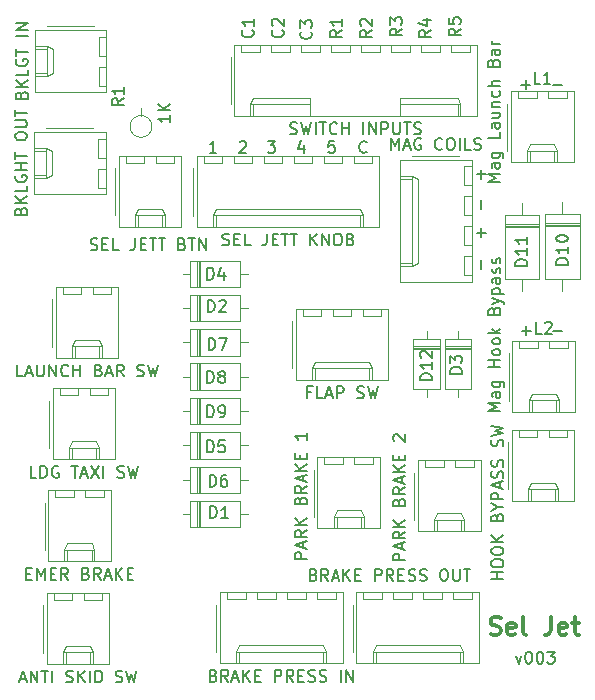
<source format=gbr>
G04 #@! TF.GenerationSoftware,KiCad,Pcbnew,(5.1.5-0-10_14)*
G04 #@! TF.CreationDate,2021-10-24T14:14:16+10:00*
G04 #@! TF.ProjectId,OH - Left Console - 32 - Selective Jettison,4f48202d-204c-4656-9674-20436f6e736f,rev?*
G04 #@! TF.SameCoordinates,Original*
G04 #@! TF.FileFunction,Legend,Top*
G04 #@! TF.FilePolarity,Positive*
%FSLAX46Y46*%
G04 Gerber Fmt 4.6, Leading zero omitted, Abs format (unit mm)*
G04 Created by KiCad (PCBNEW (5.1.5-0-10_14)) date 2021-10-24 14:14:16*
%MOMM*%
%LPD*%
G04 APERTURE LIST*
%ADD10C,0.150000*%
%ADD11C,0.300000*%
%ADD12C,0.120000*%
G04 APERTURE END LIST*
D10*
X109394833Y-119546714D02*
X109632928Y-120213380D01*
X109871023Y-119546714D01*
X110442452Y-119213380D02*
X110537690Y-119213380D01*
X110632928Y-119261000D01*
X110680547Y-119308619D01*
X110728166Y-119403857D01*
X110775785Y-119594333D01*
X110775785Y-119832428D01*
X110728166Y-120022904D01*
X110680547Y-120118142D01*
X110632928Y-120165761D01*
X110537690Y-120213380D01*
X110442452Y-120213380D01*
X110347214Y-120165761D01*
X110299595Y-120118142D01*
X110251976Y-120022904D01*
X110204357Y-119832428D01*
X110204357Y-119594333D01*
X110251976Y-119403857D01*
X110299595Y-119308619D01*
X110347214Y-119261000D01*
X110442452Y-119213380D01*
X111394833Y-119213380D02*
X111490071Y-119213380D01*
X111585309Y-119261000D01*
X111632928Y-119308619D01*
X111680547Y-119403857D01*
X111728166Y-119594333D01*
X111728166Y-119832428D01*
X111680547Y-120022904D01*
X111632928Y-120118142D01*
X111585309Y-120165761D01*
X111490071Y-120213380D01*
X111394833Y-120213380D01*
X111299595Y-120165761D01*
X111251976Y-120118142D01*
X111204357Y-120022904D01*
X111156738Y-119832428D01*
X111156738Y-119594333D01*
X111204357Y-119403857D01*
X111251976Y-119308619D01*
X111299595Y-119261000D01*
X111394833Y-119213380D01*
X112061500Y-119213380D02*
X112680547Y-119213380D01*
X112347214Y-119594333D01*
X112490071Y-119594333D01*
X112585309Y-119641952D01*
X112632928Y-119689571D01*
X112680547Y-119784809D01*
X112680547Y-120022904D01*
X112632928Y-120118142D01*
X112585309Y-120165761D01*
X112490071Y-120213380D01*
X112204357Y-120213380D01*
X112109119Y-120165761D01*
X112061500Y-120118142D01*
D11*
X107255928Y-117701142D02*
X107470214Y-117772571D01*
X107827357Y-117772571D01*
X107970214Y-117701142D01*
X108041642Y-117629714D01*
X108113071Y-117486857D01*
X108113071Y-117344000D01*
X108041642Y-117201142D01*
X107970214Y-117129714D01*
X107827357Y-117058285D01*
X107541642Y-116986857D01*
X107398785Y-116915428D01*
X107327357Y-116844000D01*
X107255928Y-116701142D01*
X107255928Y-116558285D01*
X107327357Y-116415428D01*
X107398785Y-116344000D01*
X107541642Y-116272571D01*
X107898785Y-116272571D01*
X108113071Y-116344000D01*
X109327357Y-117701142D02*
X109184500Y-117772571D01*
X108898785Y-117772571D01*
X108755928Y-117701142D01*
X108684500Y-117558285D01*
X108684500Y-116986857D01*
X108755928Y-116844000D01*
X108898785Y-116772571D01*
X109184500Y-116772571D01*
X109327357Y-116844000D01*
X109398785Y-116986857D01*
X109398785Y-117129714D01*
X108684500Y-117272571D01*
X110255928Y-117772571D02*
X110113071Y-117701142D01*
X110041642Y-117558285D01*
X110041642Y-116272571D01*
X112398785Y-116272571D02*
X112398785Y-117344000D01*
X112327357Y-117558285D01*
X112184500Y-117701142D01*
X111970214Y-117772571D01*
X111827357Y-117772571D01*
X113684500Y-117701142D02*
X113541642Y-117772571D01*
X113255928Y-117772571D01*
X113113071Y-117701142D01*
X113041642Y-117558285D01*
X113041642Y-116986857D01*
X113113071Y-116844000D01*
X113255928Y-116772571D01*
X113541642Y-116772571D01*
X113684500Y-116844000D01*
X113755928Y-116986857D01*
X113755928Y-117129714D01*
X113041642Y-117272571D01*
X114184500Y-116772571D02*
X114755928Y-116772571D01*
X114398785Y-116272571D02*
X114398785Y-117558285D01*
X114470214Y-117701142D01*
X114613071Y-117772571D01*
X114755928Y-117772571D01*
D10*
X112585547Y-92019428D02*
X113347452Y-92019428D01*
X109918547Y-92019428D02*
X110680452Y-92019428D01*
X110299500Y-92400380D02*
X110299500Y-91638476D01*
X109855047Y-71191428D02*
X110616952Y-71191428D01*
X110236000Y-71572380D02*
X110236000Y-70810476D01*
X112522047Y-71191428D02*
X113283952Y-71191428D01*
X106481571Y-86042547D02*
X106481571Y-86804452D01*
X106481571Y-83375547D02*
X106481571Y-84137452D01*
X106100619Y-83756500D02*
X106862523Y-83756500D01*
X106481571Y-80962547D02*
X106481571Y-81724452D01*
X106481571Y-78422547D02*
X106481571Y-79184452D01*
X106100619Y-78803500D02*
X106862523Y-78803500D01*
X94027595Y-75969880D02*
X93551404Y-75969880D01*
X93503785Y-76446071D01*
X93551404Y-76398452D01*
X93646642Y-76350833D01*
X93884738Y-76350833D01*
X93979976Y-76398452D01*
X94027595Y-76446071D01*
X94075214Y-76541309D01*
X94075214Y-76779404D01*
X94027595Y-76874642D01*
X93979976Y-76922261D01*
X93884738Y-76969880D01*
X93646642Y-76969880D01*
X93551404Y-76922261D01*
X93503785Y-76874642D01*
X91439976Y-76303214D02*
X91439976Y-76969880D01*
X91201880Y-75922261D02*
X90963785Y-76636547D01*
X91582833Y-76636547D01*
X88376166Y-75969880D02*
X88995214Y-75969880D01*
X88661880Y-76350833D01*
X88804738Y-76350833D01*
X88899976Y-76398452D01*
X88947595Y-76446071D01*
X88995214Y-76541309D01*
X88995214Y-76779404D01*
X88947595Y-76874642D01*
X88899976Y-76922261D01*
X88804738Y-76969880D01*
X88519023Y-76969880D01*
X88423785Y-76922261D01*
X88376166Y-76874642D01*
X86010785Y-76065119D02*
X86058404Y-76017500D01*
X86153642Y-75969880D01*
X86391738Y-75969880D01*
X86486976Y-76017500D01*
X86534595Y-76065119D01*
X86582214Y-76160357D01*
X86582214Y-76255595D01*
X86534595Y-76398452D01*
X85963166Y-76969880D01*
X86582214Y-76969880D01*
X84042214Y-76969880D02*
X83470785Y-76969880D01*
X83756500Y-76969880D02*
X83756500Y-75969880D01*
X83661261Y-76112738D01*
X83566023Y-76207976D01*
X83470785Y-76255595D01*
X96766023Y-76874642D02*
X96718404Y-76922261D01*
X96575547Y-76969880D01*
X96480309Y-76969880D01*
X96337452Y-76922261D01*
X96242214Y-76827023D01*
X96194595Y-76731785D01*
X96146976Y-76541309D01*
X96146976Y-76398452D01*
X96194595Y-76207976D01*
X96242214Y-76112738D01*
X96337452Y-76017500D01*
X96480309Y-75969880D01*
X96575547Y-75969880D01*
X96718404Y-76017500D01*
X96766023Y-76065119D01*
X104719380Y-66460666D02*
X104243190Y-66794000D01*
X104719380Y-67032095D02*
X103719380Y-67032095D01*
X103719380Y-66651142D01*
X103767000Y-66555904D01*
X103814619Y-66508285D01*
X103909857Y-66460666D01*
X104052714Y-66460666D01*
X104147952Y-66508285D01*
X104195571Y-66555904D01*
X104243190Y-66651142D01*
X104243190Y-67032095D01*
X103719380Y-65555904D02*
X103719380Y-66032095D01*
X104195571Y-66079714D01*
X104147952Y-66032095D01*
X104100333Y-65936857D01*
X104100333Y-65698761D01*
X104147952Y-65603523D01*
X104195571Y-65555904D01*
X104290809Y-65508285D01*
X104528904Y-65508285D01*
X104624142Y-65555904D01*
X104671761Y-65603523D01*
X104719380Y-65698761D01*
X104719380Y-65936857D01*
X104671761Y-66032095D01*
X104624142Y-66079714D01*
X102179380Y-66587666D02*
X101703190Y-66921000D01*
X102179380Y-67159095D02*
X101179380Y-67159095D01*
X101179380Y-66778142D01*
X101227000Y-66682904D01*
X101274619Y-66635285D01*
X101369857Y-66587666D01*
X101512714Y-66587666D01*
X101607952Y-66635285D01*
X101655571Y-66682904D01*
X101703190Y-66778142D01*
X101703190Y-67159095D01*
X101512714Y-65730523D02*
X102179380Y-65730523D01*
X101131761Y-65968619D02*
X101846047Y-66206714D01*
X101846047Y-65587666D01*
X99766380Y-66460666D02*
X99290190Y-66794000D01*
X99766380Y-67032095D02*
X98766380Y-67032095D01*
X98766380Y-66651142D01*
X98814000Y-66555904D01*
X98861619Y-66508285D01*
X98956857Y-66460666D01*
X99099714Y-66460666D01*
X99194952Y-66508285D01*
X99242571Y-66555904D01*
X99290190Y-66651142D01*
X99290190Y-67032095D01*
X98766380Y-66127333D02*
X98766380Y-65508285D01*
X99147333Y-65841619D01*
X99147333Y-65698761D01*
X99194952Y-65603523D01*
X99242571Y-65555904D01*
X99337809Y-65508285D01*
X99575904Y-65508285D01*
X99671142Y-65555904D01*
X99718761Y-65603523D01*
X99766380Y-65698761D01*
X99766380Y-65984476D01*
X99718761Y-66079714D01*
X99671142Y-66127333D01*
X97226380Y-66587666D02*
X96750190Y-66921000D01*
X97226380Y-67159095D02*
X96226380Y-67159095D01*
X96226380Y-66778142D01*
X96274000Y-66682904D01*
X96321619Y-66635285D01*
X96416857Y-66587666D01*
X96559714Y-66587666D01*
X96654952Y-66635285D01*
X96702571Y-66682904D01*
X96750190Y-66778142D01*
X96750190Y-67159095D01*
X96321619Y-66206714D02*
X96274000Y-66159095D01*
X96226380Y-66063857D01*
X96226380Y-65825761D01*
X96274000Y-65730523D01*
X96321619Y-65682904D01*
X96416857Y-65635285D01*
X96512095Y-65635285D01*
X96654952Y-65682904D01*
X97226380Y-66254333D01*
X97226380Y-65635285D01*
X94686380Y-66587666D02*
X94210190Y-66921000D01*
X94686380Y-67159095D02*
X93686380Y-67159095D01*
X93686380Y-66778142D01*
X93734000Y-66682904D01*
X93781619Y-66635285D01*
X93876857Y-66587666D01*
X94019714Y-66587666D01*
X94114952Y-66635285D01*
X94162571Y-66682904D01*
X94210190Y-66778142D01*
X94210190Y-67159095D01*
X94686380Y-65635285D02*
X94686380Y-66206714D01*
X94686380Y-65921000D02*
X93686380Y-65921000D01*
X93829238Y-66016238D01*
X93924476Y-66111476D01*
X93972095Y-66206714D01*
X92051142Y-66714666D02*
X92098761Y-66762285D01*
X92146380Y-66905142D01*
X92146380Y-67000380D01*
X92098761Y-67143238D01*
X92003523Y-67238476D01*
X91908285Y-67286095D01*
X91717809Y-67333714D01*
X91574952Y-67333714D01*
X91384476Y-67286095D01*
X91289238Y-67238476D01*
X91194000Y-67143238D01*
X91146380Y-67000380D01*
X91146380Y-66905142D01*
X91194000Y-66762285D01*
X91241619Y-66714666D01*
X91146380Y-66381333D02*
X91146380Y-65762285D01*
X91527333Y-66095619D01*
X91527333Y-65952761D01*
X91574952Y-65857523D01*
X91622571Y-65809904D01*
X91717809Y-65762285D01*
X91955904Y-65762285D01*
X92051142Y-65809904D01*
X92098761Y-65857523D01*
X92146380Y-65952761D01*
X92146380Y-66238476D01*
X92098761Y-66333714D01*
X92051142Y-66381333D01*
X89638142Y-66587666D02*
X89685761Y-66635285D01*
X89733380Y-66778142D01*
X89733380Y-66873380D01*
X89685761Y-67016238D01*
X89590523Y-67111476D01*
X89495285Y-67159095D01*
X89304809Y-67206714D01*
X89161952Y-67206714D01*
X88971476Y-67159095D01*
X88876238Y-67111476D01*
X88781000Y-67016238D01*
X88733380Y-66873380D01*
X88733380Y-66778142D01*
X88781000Y-66635285D01*
X88828619Y-66587666D01*
X88828619Y-66206714D02*
X88781000Y-66159095D01*
X88733380Y-66063857D01*
X88733380Y-65825761D01*
X88781000Y-65730523D01*
X88828619Y-65682904D01*
X88923857Y-65635285D01*
X89019095Y-65635285D01*
X89161952Y-65682904D01*
X89733380Y-66254333D01*
X89733380Y-65635285D01*
X87098142Y-66587666D02*
X87145761Y-66635285D01*
X87193380Y-66778142D01*
X87193380Y-66873380D01*
X87145761Y-67016238D01*
X87050523Y-67111476D01*
X86955285Y-67159095D01*
X86764809Y-67206714D01*
X86621952Y-67206714D01*
X86431476Y-67159095D01*
X86336238Y-67111476D01*
X86241000Y-67016238D01*
X86193380Y-66873380D01*
X86193380Y-66778142D01*
X86241000Y-66635285D01*
X86288619Y-66587666D01*
X87193380Y-65635285D02*
X87193380Y-66206714D01*
X87193380Y-65921000D02*
X86193380Y-65921000D01*
X86336238Y-66016238D01*
X86431476Y-66111476D01*
X86479095Y-66206714D01*
D12*
X111388000Y-83023000D02*
X108448000Y-83023000D01*
X111388000Y-83263000D02*
X108448000Y-83263000D01*
X111388000Y-83143000D02*
X108448000Y-83143000D01*
X109918000Y-88703000D02*
X109918000Y-87683000D01*
X109918000Y-81223000D02*
X109918000Y-82243000D01*
X111388000Y-87683000D02*
X111388000Y-82243000D01*
X108448000Y-87683000D02*
X111388000Y-87683000D01*
X108448000Y-82243000D02*
X108448000Y-87683000D01*
X111388000Y-82243000D02*
X108448000Y-82243000D01*
X114818000Y-82959500D02*
X111878000Y-82959500D01*
X114818000Y-83199500D02*
X111878000Y-83199500D01*
X114818000Y-83079500D02*
X111878000Y-83079500D01*
X113348000Y-88639500D02*
X113348000Y-87619500D01*
X113348000Y-81159500D02*
X113348000Y-82179500D01*
X114818000Y-87619500D02*
X114818000Y-82179500D01*
X111878000Y-87619500D02*
X114818000Y-87619500D01*
X111878000Y-82179500D02*
X111878000Y-87619500D01*
X114818000Y-82179500D02*
X111878000Y-82179500D01*
X78580500Y-74739500D02*
G75*
G03X78580500Y-74739500I-920000J0D01*
G01*
X77660500Y-73819500D02*
X77660500Y-73199500D01*
X74058000Y-79921000D02*
X74658000Y-79921000D01*
X74058000Y-78321000D02*
X74058000Y-79921000D01*
X74658000Y-78321000D02*
X74058000Y-78321000D01*
X74058000Y-77381000D02*
X74658000Y-77381000D01*
X74058000Y-75781000D02*
X74058000Y-77381000D01*
X74658000Y-75781000D02*
X74058000Y-75781000D01*
X68638000Y-78871000D02*
X69638000Y-78871000D01*
X68638000Y-76831000D02*
X69638000Y-76831000D01*
X70168000Y-78871000D02*
X69638000Y-79121000D01*
X70168000Y-76831000D02*
X70168000Y-78871000D01*
X69638000Y-76581000D02*
X70168000Y-76831000D01*
X69638000Y-79121000D02*
X68638000Y-79121000D01*
X69638000Y-76581000D02*
X69638000Y-79121000D01*
X68638000Y-76581000D02*
X69638000Y-76581000D01*
X73628000Y-74911000D02*
X69628000Y-74911000D01*
X74658000Y-80501000D02*
X74658000Y-75201000D01*
X68638000Y-80501000D02*
X74658000Y-80501000D01*
X68638000Y-75201000D02*
X68638000Y-80501000D01*
X74658000Y-75201000D02*
X68638000Y-75201000D01*
X74121500Y-71285000D02*
X74721500Y-71285000D01*
X74121500Y-69685000D02*
X74121500Y-71285000D01*
X74721500Y-69685000D02*
X74121500Y-69685000D01*
X74121500Y-68745000D02*
X74721500Y-68745000D01*
X74121500Y-67145000D02*
X74121500Y-68745000D01*
X74721500Y-67145000D02*
X74121500Y-67145000D01*
X68701500Y-70235000D02*
X69701500Y-70235000D01*
X68701500Y-68195000D02*
X69701500Y-68195000D01*
X70231500Y-70235000D02*
X69701500Y-70485000D01*
X70231500Y-68195000D02*
X70231500Y-70235000D01*
X69701500Y-67945000D02*
X70231500Y-68195000D01*
X69701500Y-70485000D02*
X68701500Y-70485000D01*
X69701500Y-67945000D02*
X69701500Y-70485000D01*
X68701500Y-67945000D02*
X69701500Y-67945000D01*
X73691500Y-66275000D02*
X69691500Y-66275000D01*
X74721500Y-71865000D02*
X74721500Y-66565000D01*
X68701500Y-71865000D02*
X74721500Y-71865000D01*
X68701500Y-66565000D02*
X68701500Y-71865000D01*
X74721500Y-66565000D02*
X68701500Y-66565000D01*
X105829000Y-103615000D02*
X105829000Y-103015000D01*
X104229000Y-103615000D02*
X105829000Y-103615000D01*
X104229000Y-103015000D02*
X104229000Y-103615000D01*
X103289000Y-103615000D02*
X103289000Y-103015000D01*
X101689000Y-103615000D02*
X103289000Y-103615000D01*
X101689000Y-103015000D02*
X101689000Y-103615000D01*
X104779000Y-109035000D02*
X104779000Y-108035000D01*
X102739000Y-109035000D02*
X102739000Y-108035000D01*
X104779000Y-107505000D02*
X105029000Y-108035000D01*
X102739000Y-107505000D02*
X104779000Y-107505000D01*
X102489000Y-108035000D02*
X102739000Y-107505000D01*
X105029000Y-108035000D02*
X105029000Y-109035000D01*
X102489000Y-108035000D02*
X105029000Y-108035000D01*
X102489000Y-109035000D02*
X102489000Y-108035000D01*
X100819000Y-104045000D02*
X100819000Y-108045000D01*
X106409000Y-103015000D02*
X101109000Y-103015000D01*
X106409000Y-109035000D02*
X106409000Y-103015000D01*
X101109000Y-109035000D02*
X106409000Y-109035000D01*
X101109000Y-103015000D02*
X101109000Y-109035000D01*
X113766000Y-101012000D02*
X113766000Y-100412000D01*
X112166000Y-101012000D02*
X113766000Y-101012000D01*
X112166000Y-100412000D02*
X112166000Y-101012000D01*
X111226000Y-101012000D02*
X111226000Y-100412000D01*
X109626000Y-101012000D02*
X111226000Y-101012000D01*
X109626000Y-100412000D02*
X109626000Y-101012000D01*
X112716000Y-106432000D02*
X112716000Y-105432000D01*
X110676000Y-106432000D02*
X110676000Y-105432000D01*
X112716000Y-104902000D02*
X112966000Y-105432000D01*
X110676000Y-104902000D02*
X112716000Y-104902000D01*
X110426000Y-105432000D02*
X110676000Y-104902000D01*
X112966000Y-105432000D02*
X112966000Y-106432000D01*
X110426000Y-105432000D02*
X112966000Y-105432000D01*
X110426000Y-106432000D02*
X110426000Y-105432000D01*
X108756000Y-101442000D02*
X108756000Y-105442000D01*
X114346000Y-100412000D02*
X109046000Y-100412000D01*
X114346000Y-106432000D02*
X114346000Y-100412000D01*
X109046000Y-106432000D02*
X114346000Y-106432000D01*
X109046000Y-100412000D02*
X109046000Y-106432000D01*
X97320000Y-103361000D02*
X97320000Y-102761000D01*
X95720000Y-103361000D02*
X97320000Y-103361000D01*
X95720000Y-102761000D02*
X95720000Y-103361000D01*
X94780000Y-103361000D02*
X94780000Y-102761000D01*
X93180000Y-103361000D02*
X94780000Y-103361000D01*
X93180000Y-102761000D02*
X93180000Y-103361000D01*
X96270000Y-108781000D02*
X96270000Y-107781000D01*
X94230000Y-108781000D02*
X94230000Y-107781000D01*
X96270000Y-107251000D02*
X96520000Y-107781000D01*
X94230000Y-107251000D02*
X96270000Y-107251000D01*
X93980000Y-107781000D02*
X94230000Y-107251000D01*
X96520000Y-107781000D02*
X96520000Y-108781000D01*
X93980000Y-107781000D02*
X96520000Y-107781000D01*
X93980000Y-108781000D02*
X93980000Y-107781000D01*
X92310000Y-103791000D02*
X92310000Y-107791000D01*
X97900000Y-102761000D02*
X92600000Y-102761000D01*
X97900000Y-108781000D02*
X97900000Y-102761000D01*
X92600000Y-108781000D02*
X97900000Y-108781000D01*
X92600000Y-102761000D02*
X92600000Y-108781000D01*
X75158500Y-88946500D02*
X75158500Y-88346500D01*
X73558500Y-88946500D02*
X75158500Y-88946500D01*
X73558500Y-88346500D02*
X73558500Y-88946500D01*
X72618500Y-88946500D02*
X72618500Y-88346500D01*
X71018500Y-88946500D02*
X72618500Y-88946500D01*
X71018500Y-88346500D02*
X71018500Y-88946500D01*
X74108500Y-94366500D02*
X74108500Y-93366500D01*
X72068500Y-94366500D02*
X72068500Y-93366500D01*
X74108500Y-92836500D02*
X74358500Y-93366500D01*
X72068500Y-92836500D02*
X74108500Y-92836500D01*
X71818500Y-93366500D02*
X72068500Y-92836500D01*
X74358500Y-93366500D02*
X74358500Y-94366500D01*
X71818500Y-93366500D02*
X74358500Y-93366500D01*
X71818500Y-94366500D02*
X71818500Y-93366500D01*
X70148500Y-89376500D02*
X70148500Y-93376500D01*
X75738500Y-88346500D02*
X70438500Y-88346500D01*
X75738500Y-94366500D02*
X75738500Y-88346500D01*
X70438500Y-94366500D02*
X75738500Y-94366500D01*
X70438500Y-88346500D02*
X70438500Y-94366500D01*
X82427000Y-94807300D02*
X82427000Y-97047300D01*
X82667000Y-94807300D02*
X82667000Y-97047300D01*
X82547000Y-94807300D02*
X82547000Y-97047300D01*
X86717000Y-95927300D02*
X86067000Y-95927300D01*
X81177000Y-95927300D02*
X81827000Y-95927300D01*
X86067000Y-94807300D02*
X81827000Y-94807300D01*
X86067000Y-97047300D02*
X86067000Y-94807300D01*
X81827000Y-97047300D02*
X86067000Y-97047300D01*
X81827000Y-94807300D02*
X81827000Y-97047300D01*
X82427000Y-106449000D02*
X82427000Y-108689000D01*
X82667000Y-106449000D02*
X82667000Y-108689000D01*
X82547000Y-106449000D02*
X82547000Y-108689000D01*
X86717000Y-107569000D02*
X86067000Y-107569000D01*
X81177000Y-107569000D02*
X81827000Y-107569000D01*
X86067000Y-106449000D02*
X81827000Y-106449000D01*
X86067000Y-108689000D02*
X86067000Y-106449000D01*
X81827000Y-108689000D02*
X86067000Y-108689000D01*
X81827000Y-106449000D02*
X81827000Y-108689000D01*
X97256500Y-77855200D02*
X97256500Y-77255200D01*
X95656500Y-77855200D02*
X97256500Y-77855200D01*
X95656500Y-77255200D02*
X95656500Y-77855200D01*
X94716500Y-77855200D02*
X94716500Y-77255200D01*
X93116500Y-77855200D02*
X94716500Y-77855200D01*
X93116500Y-77255200D02*
X93116500Y-77855200D01*
X92176500Y-77855200D02*
X92176500Y-77255200D01*
X90576500Y-77855200D02*
X92176500Y-77855200D01*
X90576500Y-77255200D02*
X90576500Y-77855200D01*
X89636500Y-77855200D02*
X89636500Y-77255200D01*
X88036500Y-77855200D02*
X89636500Y-77855200D01*
X88036500Y-77255200D02*
X88036500Y-77855200D01*
X87096500Y-77855200D02*
X87096500Y-77255200D01*
X85496500Y-77855200D02*
X87096500Y-77855200D01*
X85496500Y-77255200D02*
X85496500Y-77855200D01*
X84556500Y-77855200D02*
X84556500Y-77255200D01*
X82956500Y-77855200D02*
X84556500Y-77855200D01*
X82956500Y-77255200D02*
X82956500Y-77855200D01*
X96206500Y-83275200D02*
X96206500Y-82275200D01*
X84006500Y-83275200D02*
X84006500Y-82275200D01*
X96206500Y-81745200D02*
X96456500Y-82275200D01*
X84006500Y-81745200D02*
X96206500Y-81745200D01*
X83756500Y-82275200D02*
X84006500Y-81745200D01*
X96456500Y-82275200D02*
X96456500Y-83275200D01*
X83756500Y-82275200D02*
X96456500Y-82275200D01*
X83756500Y-83275200D02*
X83756500Y-82275200D01*
X82086500Y-78285200D02*
X82086500Y-82285200D01*
X97836500Y-77255200D02*
X82376500Y-77255200D01*
X97836500Y-83275200D02*
X97836500Y-77255200D01*
X82376500Y-83275200D02*
X97836500Y-83275200D01*
X82376500Y-77255200D02*
X82376500Y-83275200D01*
X74523500Y-106155000D02*
X74523500Y-105555000D01*
X72923500Y-106155000D02*
X74523500Y-106155000D01*
X72923500Y-105555000D02*
X72923500Y-106155000D01*
X71983500Y-106155000D02*
X71983500Y-105555000D01*
X70383500Y-106155000D02*
X71983500Y-106155000D01*
X70383500Y-105555000D02*
X70383500Y-106155000D01*
X73473500Y-111575000D02*
X73473500Y-110575000D01*
X71433500Y-111575000D02*
X71433500Y-110575000D01*
X73473500Y-110045000D02*
X73723500Y-110575000D01*
X71433500Y-110045000D02*
X73473500Y-110045000D01*
X71183500Y-110575000D02*
X71433500Y-110045000D01*
X73723500Y-110575000D02*
X73723500Y-111575000D01*
X71183500Y-110575000D02*
X73723500Y-110575000D01*
X71183500Y-111575000D02*
X71183500Y-110575000D01*
X69513500Y-106585000D02*
X69513500Y-110585000D01*
X75103500Y-105555000D02*
X69803500Y-105555000D01*
X75103500Y-111575000D02*
X75103500Y-105555000D01*
X69803500Y-111575000D02*
X75103500Y-111575000D01*
X69803500Y-105555000D02*
X69803500Y-111575000D01*
X74904500Y-97519000D02*
X74904500Y-96919000D01*
X73304500Y-97519000D02*
X74904500Y-97519000D01*
X73304500Y-96919000D02*
X73304500Y-97519000D01*
X72364500Y-97519000D02*
X72364500Y-96919000D01*
X70764500Y-97519000D02*
X72364500Y-97519000D01*
X70764500Y-96919000D02*
X70764500Y-97519000D01*
X73854500Y-102939000D02*
X73854500Y-101939000D01*
X71814500Y-102939000D02*
X71814500Y-101939000D01*
X73854500Y-101409000D02*
X74104500Y-101939000D01*
X71814500Y-101409000D02*
X73854500Y-101409000D01*
X71564500Y-101939000D02*
X71814500Y-101409000D01*
X74104500Y-101939000D02*
X74104500Y-102939000D01*
X71564500Y-101939000D02*
X74104500Y-101939000D01*
X71564500Y-102939000D02*
X71564500Y-101939000D01*
X69894500Y-97949000D02*
X69894500Y-101949000D01*
X75484500Y-96919000D02*
X70184500Y-96919000D01*
X75484500Y-102939000D02*
X75484500Y-96919000D01*
X70184500Y-102939000D02*
X75484500Y-102939000D01*
X70184500Y-96919000D02*
X70184500Y-102939000D01*
X74396500Y-114854000D02*
X74396500Y-114254000D01*
X72796500Y-114854000D02*
X74396500Y-114854000D01*
X72796500Y-114254000D02*
X72796500Y-114854000D01*
X71856500Y-114854000D02*
X71856500Y-114254000D01*
X70256500Y-114854000D02*
X71856500Y-114854000D01*
X70256500Y-114254000D02*
X70256500Y-114854000D01*
X73346500Y-120274000D02*
X73346500Y-119274000D01*
X71306500Y-120274000D02*
X71306500Y-119274000D01*
X73346500Y-118744000D02*
X73596500Y-119274000D01*
X71306500Y-118744000D02*
X73346500Y-118744000D01*
X71056500Y-119274000D02*
X71306500Y-118744000D01*
X73596500Y-119274000D02*
X73596500Y-120274000D01*
X71056500Y-119274000D02*
X73596500Y-119274000D01*
X71056500Y-120274000D02*
X71056500Y-119274000D01*
X69386500Y-115284000D02*
X69386500Y-119284000D01*
X74976500Y-114254000D02*
X69676500Y-114254000D01*
X74976500Y-120274000D02*
X74976500Y-114254000D01*
X69676500Y-120274000D02*
X74976500Y-120274000D01*
X69676500Y-114254000D02*
X69676500Y-120274000D01*
X98018500Y-90788000D02*
X98018500Y-90188000D01*
X96418500Y-90788000D02*
X98018500Y-90788000D01*
X96418500Y-90188000D02*
X96418500Y-90788000D01*
X95478500Y-90788000D02*
X95478500Y-90188000D01*
X93878500Y-90788000D02*
X95478500Y-90788000D01*
X93878500Y-90188000D02*
X93878500Y-90788000D01*
X92938500Y-90788000D02*
X92938500Y-90188000D01*
X91338500Y-90788000D02*
X92938500Y-90788000D01*
X91338500Y-90188000D02*
X91338500Y-90788000D01*
X96968500Y-96208000D02*
X96968500Y-95208000D01*
X92388500Y-96208000D02*
X92388500Y-95208000D01*
X96968500Y-94678000D02*
X97218500Y-95208000D01*
X92388500Y-94678000D02*
X96968500Y-94678000D01*
X92138500Y-95208000D02*
X92388500Y-94678000D01*
X97218500Y-95208000D02*
X97218500Y-96208000D01*
X92138500Y-95208000D02*
X97218500Y-95208000D01*
X92138500Y-96208000D02*
X92138500Y-95208000D01*
X90468500Y-91218000D02*
X90468500Y-95218000D01*
X98598500Y-90188000D02*
X90758500Y-90188000D01*
X98598500Y-96208000D02*
X98598500Y-90188000D01*
X90758500Y-96208000D02*
X98598500Y-96208000D01*
X90758500Y-90188000D02*
X90758500Y-96208000D01*
X80492500Y-77834000D02*
X80492500Y-77234000D01*
X78892500Y-77834000D02*
X80492500Y-77834000D01*
X78892500Y-77234000D02*
X78892500Y-77834000D01*
X77952500Y-77834000D02*
X77952500Y-77234000D01*
X76352500Y-77834000D02*
X77952500Y-77834000D01*
X76352500Y-77234000D02*
X76352500Y-77834000D01*
X79442500Y-83254000D02*
X79442500Y-82254000D01*
X77402500Y-83254000D02*
X77402500Y-82254000D01*
X79442500Y-81724000D02*
X79692500Y-82254000D01*
X77402500Y-81724000D02*
X79442500Y-81724000D01*
X77152500Y-82254000D02*
X77402500Y-81724000D01*
X79692500Y-82254000D02*
X79692500Y-83254000D01*
X77152500Y-82254000D02*
X79692500Y-82254000D01*
X77152500Y-83254000D02*
X77152500Y-82254000D01*
X75482500Y-78264000D02*
X75482500Y-82264000D01*
X81072500Y-77234000D02*
X75772500Y-77234000D01*
X81072500Y-83254000D02*
X81072500Y-77234000D01*
X75772500Y-83254000D02*
X81072500Y-83254000D01*
X75772500Y-77234000D02*
X75772500Y-83254000D01*
X113830000Y-93518500D02*
X113830000Y-92918500D01*
X112230000Y-93518500D02*
X113830000Y-93518500D01*
X112230000Y-92918500D02*
X112230000Y-93518500D01*
X111290000Y-93518500D02*
X111290000Y-92918500D01*
X109690000Y-93518500D02*
X111290000Y-93518500D01*
X109690000Y-92918500D02*
X109690000Y-93518500D01*
X112780000Y-98938500D02*
X112780000Y-97938500D01*
X110740000Y-98938500D02*
X110740000Y-97938500D01*
X112780000Y-97408500D02*
X113030000Y-97938500D01*
X110740000Y-97408500D02*
X112780000Y-97408500D01*
X110490000Y-97938500D02*
X110740000Y-97408500D01*
X113030000Y-97938500D02*
X113030000Y-98938500D01*
X110490000Y-97938500D02*
X113030000Y-97938500D01*
X110490000Y-98938500D02*
X110490000Y-97938500D01*
X108820000Y-93948500D02*
X108820000Y-97948500D01*
X114410000Y-92918500D02*
X109110000Y-92918500D01*
X114410000Y-98938500D02*
X114410000Y-92918500D01*
X109110000Y-98938500D02*
X114410000Y-98938500D01*
X109110000Y-92918500D02*
X109110000Y-98938500D01*
X113703000Y-72373000D02*
X113703000Y-71773000D01*
X112103000Y-72373000D02*
X113703000Y-72373000D01*
X112103000Y-71773000D02*
X112103000Y-72373000D01*
X111163000Y-72373000D02*
X111163000Y-71773000D01*
X109563000Y-72373000D02*
X111163000Y-72373000D01*
X109563000Y-71773000D02*
X109563000Y-72373000D01*
X112653000Y-77793000D02*
X112653000Y-76793000D01*
X110613000Y-77793000D02*
X110613000Y-76793000D01*
X112653000Y-76263000D02*
X112903000Y-76793000D01*
X110613000Y-76263000D02*
X112653000Y-76263000D01*
X110363000Y-76793000D02*
X110613000Y-76263000D01*
X112903000Y-76793000D02*
X112903000Y-77793000D01*
X110363000Y-76793000D02*
X112903000Y-76793000D01*
X110363000Y-77793000D02*
X110363000Y-76793000D01*
X108693000Y-72803000D02*
X108693000Y-76803000D01*
X114283000Y-71773000D02*
X108983000Y-71773000D01*
X114283000Y-77793000D02*
X114283000Y-71773000D01*
X108983000Y-77793000D02*
X114283000Y-77793000D01*
X108983000Y-71773000D02*
X108983000Y-77793000D01*
X105511500Y-68436000D02*
X105511500Y-67836000D01*
X103911500Y-68436000D02*
X105511500Y-68436000D01*
X103911500Y-67836000D02*
X103911500Y-68436000D01*
X102971500Y-68436000D02*
X102971500Y-67836000D01*
X101371500Y-68436000D02*
X102971500Y-68436000D01*
X101371500Y-67836000D02*
X101371500Y-68436000D01*
X100431500Y-68436000D02*
X100431500Y-67836000D01*
X98831500Y-68436000D02*
X100431500Y-68436000D01*
X98831500Y-67836000D02*
X98831500Y-68436000D01*
X97891500Y-68436000D02*
X97891500Y-67836000D01*
X96291500Y-68436000D02*
X97891500Y-68436000D01*
X96291500Y-67836000D02*
X96291500Y-68436000D01*
X95351500Y-68436000D02*
X95351500Y-67836000D01*
X93751500Y-68436000D02*
X95351500Y-68436000D01*
X93751500Y-67836000D02*
X93751500Y-68436000D01*
X92811500Y-68436000D02*
X92811500Y-67836000D01*
X91211500Y-68436000D02*
X92811500Y-68436000D01*
X91211500Y-67836000D02*
X91211500Y-68436000D01*
X90271500Y-68436000D02*
X90271500Y-67836000D01*
X88671500Y-68436000D02*
X90271500Y-68436000D01*
X88671500Y-67836000D02*
X88671500Y-68436000D01*
X87731500Y-68436000D02*
X87731500Y-67836000D01*
X86131500Y-68436000D02*
X87731500Y-68436000D01*
X86131500Y-67836000D02*
X86131500Y-68436000D01*
X104461500Y-73856000D02*
X104461500Y-72856000D01*
X99631500Y-72326000D02*
X99631500Y-72856000D01*
X104461500Y-72326000D02*
X99631500Y-72326000D01*
X104711500Y-72856000D02*
X104461500Y-72326000D01*
X99631500Y-72856000D02*
X99631500Y-73856000D01*
X104711500Y-72856000D02*
X99631500Y-72856000D01*
X104711500Y-73856000D02*
X104711500Y-72856000D01*
X87181500Y-73856000D02*
X87181500Y-72856000D01*
X92011500Y-72326000D02*
X92011500Y-72856000D01*
X87181500Y-72326000D02*
X92011500Y-72326000D01*
X86931500Y-72856000D02*
X87181500Y-72326000D01*
X92011500Y-72856000D02*
X92011500Y-73856000D01*
X86931500Y-72856000D02*
X92011500Y-72856000D01*
X86931500Y-73856000D02*
X86931500Y-72856000D01*
X85261500Y-68866000D02*
X85261500Y-72866000D01*
X106091500Y-67836000D02*
X85551500Y-67836000D01*
X106091500Y-73856000D02*
X106091500Y-67836000D01*
X85551500Y-73856000D02*
X106091500Y-73856000D01*
X85551500Y-67836000D02*
X85551500Y-73856000D01*
X105046000Y-87350500D02*
X105646000Y-87350500D01*
X105046000Y-85750500D02*
X105046000Y-87350500D01*
X105646000Y-85750500D02*
X105046000Y-85750500D01*
X105046000Y-84810500D02*
X105646000Y-84810500D01*
X105046000Y-83210500D02*
X105046000Y-84810500D01*
X105646000Y-83210500D02*
X105046000Y-83210500D01*
X105046000Y-82270500D02*
X105646000Y-82270500D01*
X105046000Y-80670500D02*
X105046000Y-82270500D01*
X105646000Y-80670500D02*
X105046000Y-80670500D01*
X105046000Y-79730500D02*
X105646000Y-79730500D01*
X105046000Y-78130500D02*
X105046000Y-79730500D01*
X105646000Y-78130500D02*
X105046000Y-78130500D01*
X99626000Y-86300500D02*
X100626000Y-86300500D01*
X99626000Y-79180500D02*
X100626000Y-79180500D01*
X101156000Y-86300500D02*
X100626000Y-86550500D01*
X101156000Y-79180500D02*
X101156000Y-86300500D01*
X100626000Y-78930500D02*
X101156000Y-79180500D01*
X100626000Y-86550500D02*
X99626000Y-86550500D01*
X100626000Y-78930500D02*
X100626000Y-86550500D01*
X99626000Y-78930500D02*
X100626000Y-78930500D01*
X104616000Y-77260500D02*
X100616000Y-77260500D01*
X105646000Y-87930500D02*
X105646000Y-77550500D01*
X99626000Y-87930500D02*
X105646000Y-87930500D01*
X99626000Y-77550500D02*
X99626000Y-87930500D01*
X105646000Y-77550500D02*
X99626000Y-77550500D01*
X94145000Y-114791000D02*
X94145000Y-114191000D01*
X92545000Y-114791000D02*
X94145000Y-114791000D01*
X92545000Y-114191000D02*
X92545000Y-114791000D01*
X91605000Y-114791000D02*
X91605000Y-114191000D01*
X90005000Y-114791000D02*
X91605000Y-114791000D01*
X90005000Y-114191000D02*
X90005000Y-114791000D01*
X89065000Y-114791000D02*
X89065000Y-114191000D01*
X87465000Y-114791000D02*
X89065000Y-114791000D01*
X87465000Y-114191000D02*
X87465000Y-114791000D01*
X86525000Y-114791000D02*
X86525000Y-114191000D01*
X84925000Y-114791000D02*
X86525000Y-114791000D01*
X84925000Y-114191000D02*
X84925000Y-114791000D01*
X93095000Y-120211000D02*
X93095000Y-119211000D01*
X85975000Y-120211000D02*
X85975000Y-119211000D01*
X93095000Y-118681000D02*
X93345000Y-119211000D01*
X85975000Y-118681000D02*
X93095000Y-118681000D01*
X85725000Y-119211000D02*
X85975000Y-118681000D01*
X93345000Y-119211000D02*
X93345000Y-120211000D01*
X85725000Y-119211000D02*
X93345000Y-119211000D01*
X85725000Y-120211000D02*
X85725000Y-119211000D01*
X84055000Y-115221000D02*
X84055000Y-119221000D01*
X94725000Y-114191000D02*
X84345000Y-114191000D01*
X94725000Y-120211000D02*
X94725000Y-114191000D01*
X84345000Y-120211000D02*
X94725000Y-120211000D01*
X84345000Y-114191000D02*
X84345000Y-120211000D01*
X105702000Y-114791000D02*
X105702000Y-114191000D01*
X104102000Y-114791000D02*
X105702000Y-114791000D01*
X104102000Y-114191000D02*
X104102000Y-114791000D01*
X103162000Y-114791000D02*
X103162000Y-114191000D01*
X101562000Y-114791000D02*
X103162000Y-114791000D01*
X101562000Y-114191000D02*
X101562000Y-114791000D01*
X100622000Y-114791000D02*
X100622000Y-114191000D01*
X99022000Y-114791000D02*
X100622000Y-114791000D01*
X99022000Y-114191000D02*
X99022000Y-114791000D01*
X98082000Y-114791000D02*
X98082000Y-114191000D01*
X96482000Y-114791000D02*
X98082000Y-114791000D01*
X96482000Y-114191000D02*
X96482000Y-114791000D01*
X104652000Y-120211000D02*
X104652000Y-119211000D01*
X97532000Y-120211000D02*
X97532000Y-119211000D01*
X104652000Y-118681000D02*
X104902000Y-119211000D01*
X97532000Y-118681000D02*
X104652000Y-118681000D01*
X97282000Y-119211000D02*
X97532000Y-118681000D01*
X104902000Y-119211000D02*
X104902000Y-120211000D01*
X97282000Y-119211000D02*
X104902000Y-119211000D01*
X97282000Y-120211000D02*
X97282000Y-119211000D01*
X95612000Y-115221000D02*
X95612000Y-119221000D01*
X106282000Y-114191000D02*
X95902000Y-114191000D01*
X106282000Y-120211000D02*
X106282000Y-114191000D01*
X95902000Y-120211000D02*
X106282000Y-120211000D01*
X95902000Y-114191000D02*
X95902000Y-120211000D01*
X102974000Y-93349000D02*
X100734000Y-93349000D01*
X102974000Y-93589000D02*
X100734000Y-93589000D01*
X102974000Y-93469000D02*
X100734000Y-93469000D01*
X101854000Y-97639000D02*
X101854000Y-96989000D01*
X101854000Y-92099000D02*
X101854000Y-92749000D01*
X102974000Y-96989000D02*
X102974000Y-92749000D01*
X100734000Y-96989000D02*
X102974000Y-96989000D01*
X100734000Y-92749000D02*
X100734000Y-96989000D01*
X102974000Y-92749000D02*
X100734000Y-92749000D01*
X82427000Y-97717700D02*
X82427000Y-99957700D01*
X82667000Y-97717700D02*
X82667000Y-99957700D01*
X82547000Y-97717700D02*
X82547000Y-99957700D01*
X86717000Y-98837700D02*
X86067000Y-98837700D01*
X81177000Y-98837700D02*
X81827000Y-98837700D01*
X86067000Y-97717700D02*
X81827000Y-97717700D01*
X86067000Y-99957700D02*
X86067000Y-97717700D01*
X81827000Y-99957700D02*
X86067000Y-99957700D01*
X81827000Y-97717700D02*
X81827000Y-99957700D01*
X82427000Y-91896900D02*
X82427000Y-94136900D01*
X82667000Y-91896900D02*
X82667000Y-94136900D01*
X82547000Y-91896900D02*
X82547000Y-94136900D01*
X86717000Y-93016900D02*
X86067000Y-93016900D01*
X81177000Y-93016900D02*
X81827000Y-93016900D01*
X86067000Y-91896900D02*
X81827000Y-91896900D01*
X86067000Y-94136900D02*
X86067000Y-91896900D01*
X81827000Y-94136900D02*
X86067000Y-94136900D01*
X81827000Y-91896900D02*
X81827000Y-94136900D01*
X82427000Y-103539000D02*
X82427000Y-105779000D01*
X82667000Y-103539000D02*
X82667000Y-105779000D01*
X82547000Y-103539000D02*
X82547000Y-105779000D01*
X86717000Y-104659000D02*
X86067000Y-104659000D01*
X81177000Y-104659000D02*
X81827000Y-104659000D01*
X86067000Y-103539000D02*
X81827000Y-103539000D01*
X86067000Y-105779000D02*
X86067000Y-103539000D01*
X81827000Y-105779000D02*
X86067000Y-105779000D01*
X81827000Y-103539000D02*
X81827000Y-105779000D01*
X82427000Y-100628000D02*
X82427000Y-102868000D01*
X82667000Y-100628000D02*
X82667000Y-102868000D01*
X82547000Y-100628000D02*
X82547000Y-102868000D01*
X86717000Y-101748000D02*
X86067000Y-101748000D01*
X81177000Y-101748000D02*
X81827000Y-101748000D01*
X86067000Y-100628000D02*
X81827000Y-100628000D01*
X86067000Y-102868000D02*
X86067000Y-100628000D01*
X81827000Y-102868000D02*
X86067000Y-102868000D01*
X81827000Y-100628000D02*
X81827000Y-102868000D01*
X82427000Y-86129000D02*
X82427000Y-88369000D01*
X82667000Y-86129000D02*
X82667000Y-88369000D01*
X82547000Y-86129000D02*
X82547000Y-88369000D01*
X86717000Y-87249000D02*
X86067000Y-87249000D01*
X81177000Y-87249000D02*
X81827000Y-87249000D01*
X86067000Y-86129000D02*
X81827000Y-86129000D01*
X86067000Y-88369000D02*
X86067000Y-86129000D01*
X81827000Y-88369000D02*
X86067000Y-88369000D01*
X81827000Y-86129000D02*
X81827000Y-88369000D01*
X105641000Y-93349000D02*
X103401000Y-93349000D01*
X105641000Y-93589000D02*
X103401000Y-93589000D01*
X105641000Y-93469000D02*
X103401000Y-93469000D01*
X104521000Y-97639000D02*
X104521000Y-96989000D01*
X104521000Y-92099000D02*
X104521000Y-92749000D01*
X105641000Y-96989000D02*
X105641000Y-92749000D01*
X103401000Y-96989000D02*
X105641000Y-96989000D01*
X103401000Y-92749000D02*
X103401000Y-96989000D01*
X105641000Y-92749000D02*
X103401000Y-92749000D01*
X82427000Y-88986500D02*
X82427000Y-91226500D01*
X82667000Y-88986500D02*
X82667000Y-91226500D01*
X82547000Y-88986500D02*
X82547000Y-91226500D01*
X86717000Y-90106500D02*
X86067000Y-90106500D01*
X81177000Y-90106500D02*
X81827000Y-90106500D01*
X86067000Y-88986500D02*
X81827000Y-88986500D01*
X86067000Y-91226500D02*
X86067000Y-88986500D01*
X81827000Y-91226500D02*
X86067000Y-91226500D01*
X81827000Y-88986500D02*
X81827000Y-91226500D01*
D10*
X110370380Y-86558285D02*
X109370380Y-86558285D01*
X109370380Y-86320190D01*
X109418000Y-86177333D01*
X109513238Y-86082095D01*
X109608476Y-86034476D01*
X109798952Y-85986857D01*
X109941809Y-85986857D01*
X110132285Y-86034476D01*
X110227523Y-86082095D01*
X110322761Y-86177333D01*
X110370380Y-86320190D01*
X110370380Y-86558285D01*
X110370380Y-85034476D02*
X110370380Y-85605904D01*
X110370380Y-85320190D02*
X109370380Y-85320190D01*
X109513238Y-85415428D01*
X109608476Y-85510666D01*
X109656095Y-85605904D01*
X110370380Y-84082095D02*
X110370380Y-84653523D01*
X110370380Y-84367809D02*
X109370380Y-84367809D01*
X109513238Y-84463047D01*
X109608476Y-84558285D01*
X109656095Y-84653523D01*
X113800380Y-86431285D02*
X112800380Y-86431285D01*
X112800380Y-86193190D01*
X112848000Y-86050333D01*
X112943238Y-85955095D01*
X113038476Y-85907476D01*
X113228952Y-85859857D01*
X113371809Y-85859857D01*
X113562285Y-85907476D01*
X113657523Y-85955095D01*
X113752761Y-86050333D01*
X113800380Y-86193190D01*
X113800380Y-86431285D01*
X113800380Y-84907476D02*
X113800380Y-85478904D01*
X113800380Y-85193190D02*
X112800380Y-85193190D01*
X112943238Y-85288428D01*
X113038476Y-85383666D01*
X113086095Y-85478904D01*
X112800380Y-84288428D02*
X112800380Y-84193190D01*
X112848000Y-84097952D01*
X112895619Y-84050333D01*
X112990857Y-84002714D01*
X113181333Y-83955095D01*
X113419428Y-83955095D01*
X113609904Y-84002714D01*
X113705142Y-84050333D01*
X113752761Y-84097952D01*
X113800380Y-84193190D01*
X113800380Y-84288428D01*
X113752761Y-84383666D01*
X113705142Y-84431285D01*
X113609904Y-84478904D01*
X113419428Y-84526523D01*
X113181333Y-84526523D01*
X112990857Y-84478904D01*
X112895619Y-84431285D01*
X112848000Y-84383666D01*
X112800380Y-84288428D01*
X76192880Y-72366166D02*
X75716690Y-72699500D01*
X76192880Y-72937595D02*
X75192880Y-72937595D01*
X75192880Y-72556642D01*
X75240500Y-72461404D01*
X75288119Y-72413785D01*
X75383357Y-72366166D01*
X75526214Y-72366166D01*
X75621452Y-72413785D01*
X75669071Y-72461404D01*
X75716690Y-72556642D01*
X75716690Y-72937595D01*
X76192880Y-71413785D02*
X76192880Y-71985214D01*
X76192880Y-71699500D02*
X75192880Y-71699500D01*
X75335738Y-71794738D01*
X75430976Y-71889976D01*
X75478595Y-71985214D01*
X80144880Y-73810785D02*
X80144880Y-74382214D01*
X80144880Y-74096500D02*
X79144880Y-74096500D01*
X79287738Y-74191738D01*
X79382976Y-74286976D01*
X79430595Y-74382214D01*
X80144880Y-73382214D02*
X79144880Y-73382214D01*
X80144880Y-72810785D02*
X79573452Y-73239357D01*
X79144880Y-72810785D02*
X79716309Y-73382214D01*
X67476571Y-81898619D02*
X67524190Y-81755761D01*
X67571809Y-81708142D01*
X67667047Y-81660523D01*
X67809904Y-81660523D01*
X67905142Y-81708142D01*
X67952761Y-81755761D01*
X68000380Y-81851000D01*
X68000380Y-82231952D01*
X67000380Y-82231952D01*
X67000380Y-81898619D01*
X67048000Y-81803380D01*
X67095619Y-81755761D01*
X67190857Y-81708142D01*
X67286095Y-81708142D01*
X67381333Y-81755761D01*
X67428952Y-81803380D01*
X67476571Y-81898619D01*
X67476571Y-82231952D01*
X68000380Y-81231952D02*
X67000380Y-81231952D01*
X68000380Y-80660523D02*
X67428952Y-81089095D01*
X67000380Y-80660523D02*
X67571809Y-81231952D01*
X68000380Y-79755761D02*
X68000380Y-80231952D01*
X67000380Y-80231952D01*
X67048000Y-78898619D02*
X67000380Y-78993857D01*
X67000380Y-79136714D01*
X67048000Y-79279571D01*
X67143238Y-79374809D01*
X67238476Y-79422428D01*
X67428952Y-79470047D01*
X67571809Y-79470047D01*
X67762285Y-79422428D01*
X67857523Y-79374809D01*
X67952761Y-79279571D01*
X68000380Y-79136714D01*
X68000380Y-79041476D01*
X67952761Y-78898619D01*
X67905142Y-78851000D01*
X67571809Y-78851000D01*
X67571809Y-79041476D01*
X68000380Y-78422428D02*
X67000380Y-78422428D01*
X67476571Y-78422428D02*
X67476571Y-77851000D01*
X68000380Y-77851000D02*
X67000380Y-77851000D01*
X67000380Y-77517666D02*
X67000380Y-76946238D01*
X68000380Y-77231952D02*
X67000380Y-77231952D01*
X67000380Y-75660523D02*
X67000380Y-75470047D01*
X67048000Y-75374809D01*
X67143238Y-75279571D01*
X67333714Y-75231952D01*
X67667047Y-75231952D01*
X67857523Y-75279571D01*
X67952761Y-75374809D01*
X68000380Y-75470047D01*
X68000380Y-75660523D01*
X67952761Y-75755761D01*
X67857523Y-75851000D01*
X67667047Y-75898619D01*
X67333714Y-75898619D01*
X67143238Y-75851000D01*
X67048000Y-75755761D01*
X67000380Y-75660523D01*
X67000380Y-74803380D02*
X67809904Y-74803380D01*
X67905142Y-74755761D01*
X67952761Y-74708142D01*
X68000380Y-74612904D01*
X68000380Y-74422428D01*
X67952761Y-74327190D01*
X67905142Y-74279571D01*
X67809904Y-74231952D01*
X67000380Y-74231952D01*
X67000380Y-73898619D02*
X67000380Y-73327190D01*
X68000380Y-73612904D02*
X67000380Y-73612904D01*
X67540071Y-72072142D02*
X67587690Y-71929285D01*
X67635309Y-71881666D01*
X67730547Y-71834047D01*
X67873404Y-71834047D01*
X67968642Y-71881666D01*
X68016261Y-71929285D01*
X68063880Y-72024523D01*
X68063880Y-72405476D01*
X67063880Y-72405476D01*
X67063880Y-72072142D01*
X67111500Y-71976904D01*
X67159119Y-71929285D01*
X67254357Y-71881666D01*
X67349595Y-71881666D01*
X67444833Y-71929285D01*
X67492452Y-71976904D01*
X67540071Y-72072142D01*
X67540071Y-72405476D01*
X68063880Y-71405476D02*
X67063880Y-71405476D01*
X68063880Y-70834047D02*
X67492452Y-71262619D01*
X67063880Y-70834047D02*
X67635309Y-71405476D01*
X68063880Y-69929285D02*
X68063880Y-70405476D01*
X67063880Y-70405476D01*
X67111500Y-69072142D02*
X67063880Y-69167380D01*
X67063880Y-69310238D01*
X67111500Y-69453095D01*
X67206738Y-69548333D01*
X67301976Y-69595952D01*
X67492452Y-69643571D01*
X67635309Y-69643571D01*
X67825785Y-69595952D01*
X67921023Y-69548333D01*
X68016261Y-69453095D01*
X68063880Y-69310238D01*
X68063880Y-69215000D01*
X68016261Y-69072142D01*
X67968642Y-69024523D01*
X67635309Y-69024523D01*
X67635309Y-69215000D01*
X67063880Y-68738809D02*
X67063880Y-68167380D01*
X68063880Y-68453095D02*
X67063880Y-68453095D01*
X68063880Y-67072142D02*
X67063880Y-67072142D01*
X68063880Y-66595952D02*
X67063880Y-66595952D01*
X68063880Y-66024523D01*
X67063880Y-66024523D01*
X100020380Y-111481523D02*
X99020380Y-111481523D01*
X99020380Y-111100571D01*
X99068000Y-111005333D01*
X99115619Y-110957714D01*
X99210857Y-110910095D01*
X99353714Y-110910095D01*
X99448952Y-110957714D01*
X99496571Y-111005333D01*
X99544190Y-111100571D01*
X99544190Y-111481523D01*
X99734666Y-110529142D02*
X99734666Y-110052952D01*
X100020380Y-110624380D02*
X99020380Y-110291047D01*
X100020380Y-109957714D01*
X100020380Y-109052952D02*
X99544190Y-109386285D01*
X100020380Y-109624380D02*
X99020380Y-109624380D01*
X99020380Y-109243428D01*
X99068000Y-109148190D01*
X99115619Y-109100571D01*
X99210857Y-109052952D01*
X99353714Y-109052952D01*
X99448952Y-109100571D01*
X99496571Y-109148190D01*
X99544190Y-109243428D01*
X99544190Y-109624380D01*
X100020380Y-108624380D02*
X99020380Y-108624380D01*
X100020380Y-108052952D02*
X99448952Y-108481523D01*
X99020380Y-108052952D02*
X99591809Y-108624380D01*
X99496571Y-106529142D02*
X99544190Y-106386285D01*
X99591809Y-106338666D01*
X99687047Y-106291047D01*
X99829904Y-106291047D01*
X99925142Y-106338666D01*
X99972761Y-106386285D01*
X100020380Y-106481523D01*
X100020380Y-106862476D01*
X99020380Y-106862476D01*
X99020380Y-106529142D01*
X99068000Y-106433904D01*
X99115619Y-106386285D01*
X99210857Y-106338666D01*
X99306095Y-106338666D01*
X99401333Y-106386285D01*
X99448952Y-106433904D01*
X99496571Y-106529142D01*
X99496571Y-106862476D01*
X100020380Y-105291047D02*
X99544190Y-105624380D01*
X100020380Y-105862476D02*
X99020380Y-105862476D01*
X99020380Y-105481523D01*
X99068000Y-105386285D01*
X99115619Y-105338666D01*
X99210857Y-105291047D01*
X99353714Y-105291047D01*
X99448952Y-105338666D01*
X99496571Y-105386285D01*
X99544190Y-105481523D01*
X99544190Y-105862476D01*
X99734666Y-104910095D02*
X99734666Y-104433904D01*
X100020380Y-105005333D02*
X99020380Y-104672000D01*
X100020380Y-104338666D01*
X100020380Y-104005333D02*
X99020380Y-104005333D01*
X100020380Y-103433904D02*
X99448952Y-103862476D01*
X99020380Y-103433904D02*
X99591809Y-104005333D01*
X99496571Y-103005333D02*
X99496571Y-102672000D01*
X100020380Y-102529142D02*
X100020380Y-103005333D01*
X99020380Y-103005333D01*
X99020380Y-102529142D01*
X99115619Y-101386285D02*
X99068000Y-101338666D01*
X99020380Y-101243428D01*
X99020380Y-101005333D01*
X99068000Y-100910095D01*
X99115619Y-100862476D01*
X99210857Y-100814857D01*
X99306095Y-100814857D01*
X99448952Y-100862476D01*
X100020380Y-101433904D01*
X100020380Y-100814857D01*
X108338380Y-113069380D02*
X107338380Y-113069380D01*
X107814571Y-113069380D02*
X107814571Y-112497952D01*
X108338380Y-112497952D02*
X107338380Y-112497952D01*
X107338380Y-111831285D02*
X107338380Y-111640809D01*
X107386000Y-111545571D01*
X107481238Y-111450333D01*
X107671714Y-111402714D01*
X108005047Y-111402714D01*
X108195523Y-111450333D01*
X108290761Y-111545571D01*
X108338380Y-111640809D01*
X108338380Y-111831285D01*
X108290761Y-111926523D01*
X108195523Y-112021761D01*
X108005047Y-112069380D01*
X107671714Y-112069380D01*
X107481238Y-112021761D01*
X107386000Y-111926523D01*
X107338380Y-111831285D01*
X107338380Y-110783666D02*
X107338380Y-110593190D01*
X107386000Y-110497952D01*
X107481238Y-110402714D01*
X107671714Y-110355095D01*
X108005047Y-110355095D01*
X108195523Y-110402714D01*
X108290761Y-110497952D01*
X108338380Y-110593190D01*
X108338380Y-110783666D01*
X108290761Y-110878904D01*
X108195523Y-110974142D01*
X108005047Y-111021761D01*
X107671714Y-111021761D01*
X107481238Y-110974142D01*
X107386000Y-110878904D01*
X107338380Y-110783666D01*
X108338380Y-109926523D02*
X107338380Y-109926523D01*
X108338380Y-109355095D02*
X107766952Y-109783666D01*
X107338380Y-109355095D02*
X107909809Y-109926523D01*
X107814571Y-107831285D02*
X107862190Y-107688428D01*
X107909809Y-107640809D01*
X108005047Y-107593190D01*
X108147904Y-107593190D01*
X108243142Y-107640809D01*
X108290761Y-107688428D01*
X108338380Y-107783666D01*
X108338380Y-108164619D01*
X107338380Y-108164619D01*
X107338380Y-107831285D01*
X107386000Y-107736047D01*
X107433619Y-107688428D01*
X107528857Y-107640809D01*
X107624095Y-107640809D01*
X107719333Y-107688428D01*
X107766952Y-107736047D01*
X107814571Y-107831285D01*
X107814571Y-108164619D01*
X107862190Y-106974142D02*
X108338380Y-106974142D01*
X107338380Y-107307476D02*
X107862190Y-106974142D01*
X107338380Y-106640809D01*
X108338380Y-106307476D02*
X107338380Y-106307476D01*
X107338380Y-105926523D01*
X107386000Y-105831285D01*
X107433619Y-105783666D01*
X107528857Y-105736047D01*
X107671714Y-105736047D01*
X107766952Y-105783666D01*
X107814571Y-105831285D01*
X107862190Y-105926523D01*
X107862190Y-106307476D01*
X108052666Y-105355095D02*
X108052666Y-104878904D01*
X108338380Y-105450333D02*
X107338380Y-105117000D01*
X108338380Y-104783666D01*
X108290761Y-104497952D02*
X108338380Y-104355095D01*
X108338380Y-104117000D01*
X108290761Y-104021761D01*
X108243142Y-103974142D01*
X108147904Y-103926523D01*
X108052666Y-103926523D01*
X107957428Y-103974142D01*
X107909809Y-104021761D01*
X107862190Y-104117000D01*
X107814571Y-104307476D01*
X107766952Y-104402714D01*
X107719333Y-104450333D01*
X107624095Y-104497952D01*
X107528857Y-104497952D01*
X107433619Y-104450333D01*
X107386000Y-104402714D01*
X107338380Y-104307476D01*
X107338380Y-104069380D01*
X107386000Y-103926523D01*
X108290761Y-103545571D02*
X108338380Y-103402714D01*
X108338380Y-103164619D01*
X108290761Y-103069380D01*
X108243142Y-103021761D01*
X108147904Y-102974142D01*
X108052666Y-102974142D01*
X107957428Y-103021761D01*
X107909809Y-103069380D01*
X107862190Y-103164619D01*
X107814571Y-103355095D01*
X107766952Y-103450333D01*
X107719333Y-103497952D01*
X107624095Y-103545571D01*
X107528857Y-103545571D01*
X107433619Y-103497952D01*
X107386000Y-103450333D01*
X107338380Y-103355095D01*
X107338380Y-103117000D01*
X107386000Y-102974142D01*
X108290761Y-101831285D02*
X108338380Y-101688428D01*
X108338380Y-101450333D01*
X108290761Y-101355095D01*
X108243142Y-101307476D01*
X108147904Y-101259857D01*
X108052666Y-101259857D01*
X107957428Y-101307476D01*
X107909809Y-101355095D01*
X107862190Y-101450333D01*
X107814571Y-101640809D01*
X107766952Y-101736047D01*
X107719333Y-101783666D01*
X107624095Y-101831285D01*
X107528857Y-101831285D01*
X107433619Y-101783666D01*
X107386000Y-101736047D01*
X107338380Y-101640809D01*
X107338380Y-101402714D01*
X107386000Y-101259857D01*
X107338380Y-100926523D02*
X108338380Y-100688428D01*
X107624095Y-100497952D01*
X108338380Y-100307476D01*
X107338380Y-100069380D01*
X91680380Y-111355523D02*
X90680380Y-111355523D01*
X90680380Y-110974571D01*
X90728000Y-110879333D01*
X90775619Y-110831714D01*
X90870857Y-110784095D01*
X91013714Y-110784095D01*
X91108952Y-110831714D01*
X91156571Y-110879333D01*
X91204190Y-110974571D01*
X91204190Y-111355523D01*
X91394666Y-110403142D02*
X91394666Y-109926952D01*
X91680380Y-110498380D02*
X90680380Y-110165047D01*
X91680380Y-109831714D01*
X91680380Y-108926952D02*
X91204190Y-109260285D01*
X91680380Y-109498380D02*
X90680380Y-109498380D01*
X90680380Y-109117428D01*
X90728000Y-109022190D01*
X90775619Y-108974571D01*
X90870857Y-108926952D01*
X91013714Y-108926952D01*
X91108952Y-108974571D01*
X91156571Y-109022190D01*
X91204190Y-109117428D01*
X91204190Y-109498380D01*
X91680380Y-108498380D02*
X90680380Y-108498380D01*
X91680380Y-107926952D02*
X91108952Y-108355523D01*
X90680380Y-107926952D02*
X91251809Y-108498380D01*
X91156571Y-106403142D02*
X91204190Y-106260285D01*
X91251809Y-106212666D01*
X91347047Y-106165047D01*
X91489904Y-106165047D01*
X91585142Y-106212666D01*
X91632761Y-106260285D01*
X91680380Y-106355523D01*
X91680380Y-106736476D01*
X90680380Y-106736476D01*
X90680380Y-106403142D01*
X90728000Y-106307904D01*
X90775619Y-106260285D01*
X90870857Y-106212666D01*
X90966095Y-106212666D01*
X91061333Y-106260285D01*
X91108952Y-106307904D01*
X91156571Y-106403142D01*
X91156571Y-106736476D01*
X91680380Y-105165047D02*
X91204190Y-105498380D01*
X91680380Y-105736476D02*
X90680380Y-105736476D01*
X90680380Y-105355523D01*
X90728000Y-105260285D01*
X90775619Y-105212666D01*
X90870857Y-105165047D01*
X91013714Y-105165047D01*
X91108952Y-105212666D01*
X91156571Y-105260285D01*
X91204190Y-105355523D01*
X91204190Y-105736476D01*
X91394666Y-104784095D02*
X91394666Y-104307904D01*
X91680380Y-104879333D02*
X90680380Y-104546000D01*
X91680380Y-104212666D01*
X91680380Y-103879333D02*
X90680380Y-103879333D01*
X91680380Y-103307904D02*
X91108952Y-103736476D01*
X90680380Y-103307904D02*
X91251809Y-103879333D01*
X91156571Y-102879333D02*
X91156571Y-102546000D01*
X91680380Y-102403142D02*
X91680380Y-102879333D01*
X90680380Y-102879333D01*
X90680380Y-102403142D01*
X91680380Y-100688857D02*
X91680380Y-101260285D01*
X91680380Y-100974571D02*
X90680380Y-100974571D01*
X90823238Y-101069809D01*
X90918476Y-101165047D01*
X90966095Y-101260285D01*
X67659928Y-95908880D02*
X67183738Y-95908880D01*
X67183738Y-94908880D01*
X67945642Y-95623166D02*
X68421833Y-95623166D01*
X67850404Y-95908880D02*
X68183738Y-94908880D01*
X68517071Y-95908880D01*
X68850404Y-94908880D02*
X68850404Y-95718404D01*
X68898023Y-95813642D01*
X68945642Y-95861261D01*
X69040880Y-95908880D01*
X69231357Y-95908880D01*
X69326595Y-95861261D01*
X69374214Y-95813642D01*
X69421833Y-95718404D01*
X69421833Y-94908880D01*
X69898023Y-95908880D02*
X69898023Y-94908880D01*
X70469452Y-95908880D01*
X70469452Y-94908880D01*
X71517071Y-95813642D02*
X71469452Y-95861261D01*
X71326595Y-95908880D01*
X71231357Y-95908880D01*
X71088500Y-95861261D01*
X70993261Y-95766023D01*
X70945642Y-95670785D01*
X70898023Y-95480309D01*
X70898023Y-95337452D01*
X70945642Y-95146976D01*
X70993261Y-95051738D01*
X71088500Y-94956500D01*
X71231357Y-94908880D01*
X71326595Y-94908880D01*
X71469452Y-94956500D01*
X71517071Y-95004119D01*
X71945642Y-95908880D02*
X71945642Y-94908880D01*
X71945642Y-95385071D02*
X72517071Y-95385071D01*
X72517071Y-95908880D02*
X72517071Y-94908880D01*
X74088500Y-95385071D02*
X74231357Y-95432690D01*
X74278976Y-95480309D01*
X74326595Y-95575547D01*
X74326595Y-95718404D01*
X74278976Y-95813642D01*
X74231357Y-95861261D01*
X74136119Y-95908880D01*
X73755166Y-95908880D01*
X73755166Y-94908880D01*
X74088500Y-94908880D01*
X74183738Y-94956500D01*
X74231357Y-95004119D01*
X74278976Y-95099357D01*
X74278976Y-95194595D01*
X74231357Y-95289833D01*
X74183738Y-95337452D01*
X74088500Y-95385071D01*
X73755166Y-95385071D01*
X74707547Y-95623166D02*
X75183738Y-95623166D01*
X74612309Y-95908880D02*
X74945642Y-94908880D01*
X75278976Y-95908880D01*
X76183738Y-95908880D02*
X75850404Y-95432690D01*
X75612309Y-95908880D02*
X75612309Y-94908880D01*
X75993261Y-94908880D01*
X76088500Y-94956500D01*
X76136119Y-95004119D01*
X76183738Y-95099357D01*
X76183738Y-95242214D01*
X76136119Y-95337452D01*
X76088500Y-95385071D01*
X75993261Y-95432690D01*
X75612309Y-95432690D01*
X77326595Y-95861261D02*
X77469452Y-95908880D01*
X77707547Y-95908880D01*
X77802785Y-95861261D01*
X77850404Y-95813642D01*
X77898023Y-95718404D01*
X77898023Y-95623166D01*
X77850404Y-95527928D01*
X77802785Y-95480309D01*
X77707547Y-95432690D01*
X77517071Y-95385071D01*
X77421833Y-95337452D01*
X77374214Y-95289833D01*
X77326595Y-95194595D01*
X77326595Y-95099357D01*
X77374214Y-95004119D01*
X77421833Y-94956500D01*
X77517071Y-94908880D01*
X77755166Y-94908880D01*
X77898023Y-94956500D01*
X78231357Y-94908880D02*
X78469452Y-95908880D01*
X78659928Y-95194595D01*
X78850404Y-95908880D01*
X79088500Y-94908880D01*
X83272404Y-96443180D02*
X83272404Y-95443180D01*
X83510500Y-95443180D01*
X83653357Y-95490800D01*
X83748595Y-95586038D01*
X83796214Y-95681276D01*
X83843833Y-95871752D01*
X83843833Y-96014609D01*
X83796214Y-96205085D01*
X83748595Y-96300323D01*
X83653357Y-96395561D01*
X83510500Y-96443180D01*
X83272404Y-96443180D01*
X84415261Y-95871752D02*
X84320023Y-95824133D01*
X84272404Y-95776514D01*
X84224785Y-95681276D01*
X84224785Y-95633657D01*
X84272404Y-95538419D01*
X84320023Y-95490800D01*
X84415261Y-95443180D01*
X84605738Y-95443180D01*
X84700976Y-95490800D01*
X84748595Y-95538419D01*
X84796214Y-95633657D01*
X84796214Y-95681276D01*
X84748595Y-95776514D01*
X84700976Y-95824133D01*
X84605738Y-95871752D01*
X84415261Y-95871752D01*
X84320023Y-95919371D01*
X84272404Y-95966990D01*
X84224785Y-96062228D01*
X84224785Y-96252704D01*
X84272404Y-96347942D01*
X84320023Y-96395561D01*
X84415261Y-96443180D01*
X84605738Y-96443180D01*
X84700976Y-96395561D01*
X84748595Y-96347942D01*
X84796214Y-96252704D01*
X84796214Y-96062228D01*
X84748595Y-95966990D01*
X84700976Y-95919371D01*
X84605738Y-95871752D01*
X83526404Y-107894380D02*
X83526404Y-106894380D01*
X83764500Y-106894380D01*
X83907357Y-106942000D01*
X84002595Y-107037238D01*
X84050214Y-107132476D01*
X84097833Y-107322952D01*
X84097833Y-107465809D01*
X84050214Y-107656285D01*
X84002595Y-107751523D01*
X83907357Y-107846761D01*
X83764500Y-107894380D01*
X83526404Y-107894380D01*
X85050214Y-107894380D02*
X84478785Y-107894380D01*
X84764500Y-107894380D02*
X84764500Y-106894380D01*
X84669261Y-107037238D01*
X84574023Y-107132476D01*
X84478785Y-107180095D01*
X84558880Y-84769961D02*
X84701738Y-84817580D01*
X84939833Y-84817580D01*
X85035071Y-84769961D01*
X85082690Y-84722342D01*
X85130309Y-84627104D01*
X85130309Y-84531866D01*
X85082690Y-84436628D01*
X85035071Y-84389009D01*
X84939833Y-84341390D01*
X84749357Y-84293771D01*
X84654119Y-84246152D01*
X84606500Y-84198533D01*
X84558880Y-84103295D01*
X84558880Y-84008057D01*
X84606500Y-83912819D01*
X84654119Y-83865200D01*
X84749357Y-83817580D01*
X84987452Y-83817580D01*
X85130309Y-83865200D01*
X85558880Y-84293771D02*
X85892214Y-84293771D01*
X86035071Y-84817580D02*
X85558880Y-84817580D01*
X85558880Y-83817580D01*
X86035071Y-83817580D01*
X86939833Y-84817580D02*
X86463642Y-84817580D01*
X86463642Y-83817580D01*
X88320785Y-83817580D02*
X88320785Y-84531866D01*
X88273166Y-84674723D01*
X88177928Y-84769961D01*
X88035071Y-84817580D01*
X87939833Y-84817580D01*
X88796976Y-84293771D02*
X89130309Y-84293771D01*
X89273166Y-84817580D02*
X88796976Y-84817580D01*
X88796976Y-83817580D01*
X89273166Y-83817580D01*
X89558880Y-83817580D02*
X90130309Y-83817580D01*
X89844595Y-84817580D02*
X89844595Y-83817580D01*
X90320785Y-83817580D02*
X90892214Y-83817580D01*
X90606500Y-84817580D02*
X90606500Y-83817580D01*
X91987452Y-84817580D02*
X91987452Y-83817580D01*
X92558880Y-84817580D02*
X92130309Y-84246152D01*
X92558880Y-83817580D02*
X91987452Y-84389009D01*
X92987452Y-84817580D02*
X92987452Y-83817580D01*
X93558880Y-84817580D01*
X93558880Y-83817580D01*
X94225547Y-83817580D02*
X94416023Y-83817580D01*
X94511261Y-83865200D01*
X94606500Y-83960438D01*
X94654119Y-84150914D01*
X94654119Y-84484247D01*
X94606500Y-84674723D01*
X94511261Y-84769961D01*
X94416023Y-84817580D01*
X94225547Y-84817580D01*
X94130309Y-84769961D01*
X94035071Y-84674723D01*
X93987452Y-84484247D01*
X93987452Y-84150914D01*
X94035071Y-83960438D01*
X94130309Y-83865200D01*
X94225547Y-83817580D01*
X95416023Y-84293771D02*
X95558880Y-84341390D01*
X95606500Y-84389009D01*
X95654119Y-84484247D01*
X95654119Y-84627104D01*
X95606500Y-84722342D01*
X95558880Y-84769961D01*
X95463642Y-84817580D01*
X95082690Y-84817580D01*
X95082690Y-83817580D01*
X95416023Y-83817580D01*
X95511261Y-83865200D01*
X95558880Y-83912819D01*
X95606500Y-84008057D01*
X95606500Y-84103295D01*
X95558880Y-84198533D01*
X95511261Y-84246152D01*
X95416023Y-84293771D01*
X95082690Y-84293771D01*
X67953500Y-112593571D02*
X68286833Y-112593571D01*
X68429690Y-113117380D02*
X67953500Y-113117380D01*
X67953500Y-112117380D01*
X68429690Y-112117380D01*
X68858261Y-113117380D02*
X68858261Y-112117380D01*
X69191595Y-112831666D01*
X69524928Y-112117380D01*
X69524928Y-113117380D01*
X70001119Y-112593571D02*
X70334452Y-112593571D01*
X70477309Y-113117380D02*
X70001119Y-113117380D01*
X70001119Y-112117380D01*
X70477309Y-112117380D01*
X71477309Y-113117380D02*
X71143976Y-112641190D01*
X70905880Y-113117380D02*
X70905880Y-112117380D01*
X71286833Y-112117380D01*
X71382071Y-112165000D01*
X71429690Y-112212619D01*
X71477309Y-112307857D01*
X71477309Y-112450714D01*
X71429690Y-112545952D01*
X71382071Y-112593571D01*
X71286833Y-112641190D01*
X70905880Y-112641190D01*
X73001119Y-112593571D02*
X73143976Y-112641190D01*
X73191595Y-112688809D01*
X73239214Y-112784047D01*
X73239214Y-112926904D01*
X73191595Y-113022142D01*
X73143976Y-113069761D01*
X73048738Y-113117380D01*
X72667785Y-113117380D01*
X72667785Y-112117380D01*
X73001119Y-112117380D01*
X73096357Y-112165000D01*
X73143976Y-112212619D01*
X73191595Y-112307857D01*
X73191595Y-112403095D01*
X73143976Y-112498333D01*
X73096357Y-112545952D01*
X73001119Y-112593571D01*
X72667785Y-112593571D01*
X74239214Y-113117380D02*
X73905880Y-112641190D01*
X73667785Y-113117380D02*
X73667785Y-112117380D01*
X74048738Y-112117380D01*
X74143976Y-112165000D01*
X74191595Y-112212619D01*
X74239214Y-112307857D01*
X74239214Y-112450714D01*
X74191595Y-112545952D01*
X74143976Y-112593571D01*
X74048738Y-112641190D01*
X73667785Y-112641190D01*
X74620166Y-112831666D02*
X75096357Y-112831666D01*
X74524928Y-113117380D02*
X74858261Y-112117380D01*
X75191595Y-113117380D01*
X75524928Y-113117380D02*
X75524928Y-112117380D01*
X76096357Y-113117380D02*
X75667785Y-112545952D01*
X76096357Y-112117380D02*
X75524928Y-112688809D01*
X76524928Y-112593571D02*
X76858261Y-112593571D01*
X77001119Y-113117380D02*
X76524928Y-113117380D01*
X76524928Y-112117380D01*
X77001119Y-112117380D01*
X68810690Y-104481380D02*
X68334500Y-104481380D01*
X68334500Y-103481380D01*
X69144023Y-104481380D02*
X69144023Y-103481380D01*
X69382119Y-103481380D01*
X69524976Y-103529000D01*
X69620214Y-103624238D01*
X69667833Y-103719476D01*
X69715452Y-103909952D01*
X69715452Y-104052809D01*
X69667833Y-104243285D01*
X69620214Y-104338523D01*
X69524976Y-104433761D01*
X69382119Y-104481380D01*
X69144023Y-104481380D01*
X70667833Y-103529000D02*
X70572595Y-103481380D01*
X70429738Y-103481380D01*
X70286880Y-103529000D01*
X70191642Y-103624238D01*
X70144023Y-103719476D01*
X70096404Y-103909952D01*
X70096404Y-104052809D01*
X70144023Y-104243285D01*
X70191642Y-104338523D01*
X70286880Y-104433761D01*
X70429738Y-104481380D01*
X70524976Y-104481380D01*
X70667833Y-104433761D01*
X70715452Y-104386142D01*
X70715452Y-104052809D01*
X70524976Y-104052809D01*
X71763071Y-103481380D02*
X72334500Y-103481380D01*
X72048785Y-104481380D02*
X72048785Y-103481380D01*
X72620214Y-104195666D02*
X73096404Y-104195666D01*
X72524976Y-104481380D02*
X72858309Y-103481380D01*
X73191642Y-104481380D01*
X73429738Y-103481380D02*
X74096404Y-104481380D01*
X74096404Y-103481380D02*
X73429738Y-104481380D01*
X74477357Y-104481380D02*
X74477357Y-103481380D01*
X75667833Y-104433761D02*
X75810690Y-104481380D01*
X76048785Y-104481380D01*
X76144023Y-104433761D01*
X76191642Y-104386142D01*
X76239261Y-104290904D01*
X76239261Y-104195666D01*
X76191642Y-104100428D01*
X76144023Y-104052809D01*
X76048785Y-104005190D01*
X75858309Y-103957571D01*
X75763071Y-103909952D01*
X75715452Y-103862333D01*
X75667833Y-103767095D01*
X75667833Y-103671857D01*
X75715452Y-103576619D01*
X75763071Y-103529000D01*
X75858309Y-103481380D01*
X76096404Y-103481380D01*
X76239261Y-103529000D01*
X76572595Y-103481380D02*
X76810690Y-104481380D01*
X77001166Y-103767095D01*
X77191642Y-104481380D01*
X77429738Y-103481380D01*
X67421738Y-121530666D02*
X67897928Y-121530666D01*
X67326500Y-121816380D02*
X67659833Y-120816380D01*
X67993166Y-121816380D01*
X68326500Y-121816380D02*
X68326500Y-120816380D01*
X68897928Y-121816380D01*
X68897928Y-120816380D01*
X69231261Y-120816380D02*
X69802690Y-120816380D01*
X69516976Y-121816380D02*
X69516976Y-120816380D01*
X70136023Y-121816380D02*
X70136023Y-120816380D01*
X71326500Y-121768761D02*
X71469357Y-121816380D01*
X71707452Y-121816380D01*
X71802690Y-121768761D01*
X71850309Y-121721142D01*
X71897928Y-121625904D01*
X71897928Y-121530666D01*
X71850309Y-121435428D01*
X71802690Y-121387809D01*
X71707452Y-121340190D01*
X71516976Y-121292571D01*
X71421738Y-121244952D01*
X71374119Y-121197333D01*
X71326500Y-121102095D01*
X71326500Y-121006857D01*
X71374119Y-120911619D01*
X71421738Y-120864000D01*
X71516976Y-120816380D01*
X71755071Y-120816380D01*
X71897928Y-120864000D01*
X72326500Y-121816380D02*
X72326500Y-120816380D01*
X72897928Y-121816380D02*
X72469357Y-121244952D01*
X72897928Y-120816380D02*
X72326500Y-121387809D01*
X73326500Y-121816380D02*
X73326500Y-120816380D01*
X73802690Y-121816380D02*
X73802690Y-120816380D01*
X74040785Y-120816380D01*
X74183642Y-120864000D01*
X74278880Y-120959238D01*
X74326500Y-121054476D01*
X74374119Y-121244952D01*
X74374119Y-121387809D01*
X74326500Y-121578285D01*
X74278880Y-121673523D01*
X74183642Y-121768761D01*
X74040785Y-121816380D01*
X73802690Y-121816380D01*
X75516976Y-121768761D02*
X75659833Y-121816380D01*
X75897928Y-121816380D01*
X75993166Y-121768761D01*
X76040785Y-121721142D01*
X76088404Y-121625904D01*
X76088404Y-121530666D01*
X76040785Y-121435428D01*
X75993166Y-121387809D01*
X75897928Y-121340190D01*
X75707452Y-121292571D01*
X75612214Y-121244952D01*
X75564595Y-121197333D01*
X75516976Y-121102095D01*
X75516976Y-121006857D01*
X75564595Y-120911619D01*
X75612214Y-120864000D01*
X75707452Y-120816380D01*
X75945547Y-120816380D01*
X76088404Y-120864000D01*
X76421738Y-120816380D02*
X76659833Y-121816380D01*
X76850309Y-121102095D01*
X77040785Y-121816380D01*
X77278880Y-120816380D01*
X92059452Y-97226571D02*
X91726119Y-97226571D01*
X91726119Y-97750380D02*
X91726119Y-96750380D01*
X92202309Y-96750380D01*
X93059452Y-97750380D02*
X92583261Y-97750380D01*
X92583261Y-96750380D01*
X93345166Y-97464666D02*
X93821357Y-97464666D01*
X93249928Y-97750380D02*
X93583261Y-96750380D01*
X93916595Y-97750380D01*
X94249928Y-97750380D02*
X94249928Y-96750380D01*
X94630880Y-96750380D01*
X94726119Y-96798000D01*
X94773738Y-96845619D01*
X94821357Y-96940857D01*
X94821357Y-97083714D01*
X94773738Y-97178952D01*
X94726119Y-97226571D01*
X94630880Y-97274190D01*
X94249928Y-97274190D01*
X95964214Y-97702761D02*
X96107071Y-97750380D01*
X96345166Y-97750380D01*
X96440404Y-97702761D01*
X96488023Y-97655142D01*
X96535642Y-97559904D01*
X96535642Y-97464666D01*
X96488023Y-97369428D01*
X96440404Y-97321809D01*
X96345166Y-97274190D01*
X96154690Y-97226571D01*
X96059452Y-97178952D01*
X96011833Y-97131333D01*
X95964214Y-97036095D01*
X95964214Y-96940857D01*
X96011833Y-96845619D01*
X96059452Y-96798000D01*
X96154690Y-96750380D01*
X96392785Y-96750380D01*
X96535642Y-96798000D01*
X96868976Y-96750380D02*
X97107071Y-97750380D01*
X97297547Y-97036095D01*
X97488023Y-97750380D01*
X97726119Y-96750380D01*
X73390738Y-85177261D02*
X73533595Y-85224880D01*
X73771690Y-85224880D01*
X73866928Y-85177261D01*
X73914547Y-85129642D01*
X73962166Y-85034404D01*
X73962166Y-84939166D01*
X73914547Y-84843928D01*
X73866928Y-84796309D01*
X73771690Y-84748690D01*
X73581214Y-84701071D01*
X73485976Y-84653452D01*
X73438357Y-84605833D01*
X73390738Y-84510595D01*
X73390738Y-84415357D01*
X73438357Y-84320119D01*
X73485976Y-84272500D01*
X73581214Y-84224880D01*
X73819309Y-84224880D01*
X73962166Y-84272500D01*
X74390738Y-84701071D02*
X74724071Y-84701071D01*
X74866928Y-85224880D02*
X74390738Y-85224880D01*
X74390738Y-84224880D01*
X74866928Y-84224880D01*
X75771690Y-85224880D02*
X75295500Y-85224880D01*
X75295500Y-84224880D01*
X77152642Y-84224880D02*
X77152642Y-84939166D01*
X77105023Y-85082023D01*
X77009785Y-85177261D01*
X76866928Y-85224880D01*
X76771690Y-85224880D01*
X77628833Y-84701071D02*
X77962166Y-84701071D01*
X78105023Y-85224880D02*
X77628833Y-85224880D01*
X77628833Y-84224880D01*
X78105023Y-84224880D01*
X78390738Y-84224880D02*
X78962166Y-84224880D01*
X78676452Y-85224880D02*
X78676452Y-84224880D01*
X79152642Y-84224880D02*
X79724071Y-84224880D01*
X79438357Y-85224880D02*
X79438357Y-84224880D01*
X81152642Y-84701071D02*
X81295500Y-84748690D01*
X81343119Y-84796309D01*
X81390738Y-84891547D01*
X81390738Y-85034404D01*
X81343119Y-85129642D01*
X81295500Y-85177261D01*
X81200261Y-85224880D01*
X80819309Y-85224880D01*
X80819309Y-84224880D01*
X81152642Y-84224880D01*
X81247880Y-84272500D01*
X81295500Y-84320119D01*
X81343119Y-84415357D01*
X81343119Y-84510595D01*
X81295500Y-84605833D01*
X81247880Y-84653452D01*
X81152642Y-84701071D01*
X80819309Y-84701071D01*
X81676452Y-84224880D02*
X82247880Y-84224880D01*
X81962166Y-85224880D02*
X81962166Y-84224880D01*
X82581214Y-85224880D02*
X82581214Y-84224880D01*
X83152642Y-85224880D01*
X83152642Y-84224880D01*
X111593333Y-92280880D02*
X111117142Y-92280880D01*
X111117142Y-91280880D01*
X111879047Y-91376119D02*
X111926666Y-91328500D01*
X112021904Y-91280880D01*
X112260000Y-91280880D01*
X112355238Y-91328500D01*
X112402857Y-91376119D01*
X112450476Y-91471357D01*
X112450476Y-91566595D01*
X112402857Y-91709452D01*
X111831428Y-92280880D01*
X112450476Y-92280880D01*
X108084880Y-98821071D02*
X107084880Y-98821071D01*
X107799166Y-98487738D01*
X107084880Y-98154404D01*
X108084880Y-98154404D01*
X108084880Y-97249642D02*
X107561071Y-97249642D01*
X107465833Y-97297261D01*
X107418214Y-97392500D01*
X107418214Y-97582976D01*
X107465833Y-97678214D01*
X108037261Y-97249642D02*
X108084880Y-97344880D01*
X108084880Y-97582976D01*
X108037261Y-97678214D01*
X107942023Y-97725833D01*
X107846785Y-97725833D01*
X107751547Y-97678214D01*
X107703928Y-97582976D01*
X107703928Y-97344880D01*
X107656309Y-97249642D01*
X107418214Y-96344880D02*
X108227738Y-96344880D01*
X108322976Y-96392500D01*
X108370595Y-96440119D01*
X108418214Y-96535357D01*
X108418214Y-96678214D01*
X108370595Y-96773452D01*
X108037261Y-96344880D02*
X108084880Y-96440119D01*
X108084880Y-96630595D01*
X108037261Y-96725833D01*
X107989642Y-96773452D01*
X107894404Y-96821071D01*
X107608690Y-96821071D01*
X107513452Y-96773452D01*
X107465833Y-96725833D01*
X107418214Y-96630595D01*
X107418214Y-96440119D01*
X107465833Y-96344880D01*
X108084880Y-95106785D02*
X107084880Y-95106785D01*
X107561071Y-95106785D02*
X107561071Y-94535357D01*
X108084880Y-94535357D02*
X107084880Y-94535357D01*
X108084880Y-93916309D02*
X108037261Y-94011547D01*
X107989642Y-94059166D01*
X107894404Y-94106785D01*
X107608690Y-94106785D01*
X107513452Y-94059166D01*
X107465833Y-94011547D01*
X107418214Y-93916309D01*
X107418214Y-93773452D01*
X107465833Y-93678214D01*
X107513452Y-93630595D01*
X107608690Y-93582976D01*
X107894404Y-93582976D01*
X107989642Y-93630595D01*
X108037261Y-93678214D01*
X108084880Y-93773452D01*
X108084880Y-93916309D01*
X108084880Y-93011547D02*
X108037261Y-93106785D01*
X107989642Y-93154404D01*
X107894404Y-93202023D01*
X107608690Y-93202023D01*
X107513452Y-93154404D01*
X107465833Y-93106785D01*
X107418214Y-93011547D01*
X107418214Y-92868690D01*
X107465833Y-92773452D01*
X107513452Y-92725833D01*
X107608690Y-92678214D01*
X107894404Y-92678214D01*
X107989642Y-92725833D01*
X108037261Y-92773452D01*
X108084880Y-92868690D01*
X108084880Y-93011547D01*
X108084880Y-92249642D02*
X107084880Y-92249642D01*
X107703928Y-92154404D02*
X108084880Y-91868690D01*
X107418214Y-91868690D02*
X107799166Y-92249642D01*
X107561071Y-90344880D02*
X107608690Y-90202023D01*
X107656309Y-90154404D01*
X107751547Y-90106785D01*
X107894404Y-90106785D01*
X107989642Y-90154404D01*
X108037261Y-90202023D01*
X108084880Y-90297261D01*
X108084880Y-90678214D01*
X107084880Y-90678214D01*
X107084880Y-90344880D01*
X107132500Y-90249642D01*
X107180119Y-90202023D01*
X107275357Y-90154404D01*
X107370595Y-90154404D01*
X107465833Y-90202023D01*
X107513452Y-90249642D01*
X107561071Y-90344880D01*
X107561071Y-90678214D01*
X107418214Y-89773452D02*
X108084880Y-89535357D01*
X107418214Y-89297261D02*
X108084880Y-89535357D01*
X108322976Y-89630595D01*
X108370595Y-89678214D01*
X108418214Y-89773452D01*
X107418214Y-88916309D02*
X108418214Y-88916309D01*
X107465833Y-88916309D02*
X107418214Y-88821071D01*
X107418214Y-88630595D01*
X107465833Y-88535357D01*
X107513452Y-88487738D01*
X107608690Y-88440119D01*
X107894404Y-88440119D01*
X107989642Y-88487738D01*
X108037261Y-88535357D01*
X108084880Y-88630595D01*
X108084880Y-88821071D01*
X108037261Y-88916309D01*
X108084880Y-87582976D02*
X107561071Y-87582976D01*
X107465833Y-87630595D01*
X107418214Y-87725833D01*
X107418214Y-87916309D01*
X107465833Y-88011547D01*
X108037261Y-87582976D02*
X108084880Y-87678214D01*
X108084880Y-87916309D01*
X108037261Y-88011547D01*
X107942023Y-88059166D01*
X107846785Y-88059166D01*
X107751547Y-88011547D01*
X107703928Y-87916309D01*
X107703928Y-87678214D01*
X107656309Y-87582976D01*
X108037261Y-87154404D02*
X108084880Y-87059166D01*
X108084880Y-86868690D01*
X108037261Y-86773452D01*
X107942023Y-86725833D01*
X107894404Y-86725833D01*
X107799166Y-86773452D01*
X107751547Y-86868690D01*
X107751547Y-87011547D01*
X107703928Y-87106785D01*
X107608690Y-87154404D01*
X107561071Y-87154404D01*
X107465833Y-87106785D01*
X107418214Y-87011547D01*
X107418214Y-86868690D01*
X107465833Y-86773452D01*
X108037261Y-86344880D02*
X108084880Y-86249642D01*
X108084880Y-86059166D01*
X108037261Y-85963928D01*
X107942023Y-85916309D01*
X107894404Y-85916309D01*
X107799166Y-85963928D01*
X107751547Y-86059166D01*
X107751547Y-86202023D01*
X107703928Y-86297261D01*
X107608690Y-86344880D01*
X107561071Y-86344880D01*
X107465833Y-86297261D01*
X107418214Y-86202023D01*
X107418214Y-86059166D01*
X107465833Y-85963928D01*
X111466333Y-71135380D02*
X110990142Y-71135380D01*
X110990142Y-70135380D01*
X112323476Y-71135380D02*
X111752047Y-71135380D01*
X112037761Y-71135380D02*
X112037761Y-70135380D01*
X111942523Y-70278238D01*
X111847285Y-70373476D01*
X111752047Y-70421095D01*
X108021380Y-79437761D02*
X107021380Y-79437761D01*
X107735666Y-79104428D01*
X107021380Y-78771095D01*
X108021380Y-78771095D01*
X108021380Y-77866333D02*
X107497571Y-77866333D01*
X107402333Y-77913952D01*
X107354714Y-78009190D01*
X107354714Y-78199666D01*
X107402333Y-78294904D01*
X107973761Y-77866333D02*
X108021380Y-77961571D01*
X108021380Y-78199666D01*
X107973761Y-78294904D01*
X107878523Y-78342523D01*
X107783285Y-78342523D01*
X107688047Y-78294904D01*
X107640428Y-78199666D01*
X107640428Y-77961571D01*
X107592809Y-77866333D01*
X107354714Y-76961571D02*
X108164238Y-76961571D01*
X108259476Y-77009190D01*
X108307095Y-77056809D01*
X108354714Y-77152047D01*
X108354714Y-77294904D01*
X108307095Y-77390142D01*
X107973761Y-76961571D02*
X108021380Y-77056809D01*
X108021380Y-77247285D01*
X107973761Y-77342523D01*
X107926142Y-77390142D01*
X107830904Y-77437761D01*
X107545190Y-77437761D01*
X107449952Y-77390142D01*
X107402333Y-77342523D01*
X107354714Y-77247285D01*
X107354714Y-77056809D01*
X107402333Y-76961571D01*
X108021380Y-75247285D02*
X108021380Y-75723476D01*
X107021380Y-75723476D01*
X108021380Y-74485380D02*
X107497571Y-74485380D01*
X107402333Y-74533000D01*
X107354714Y-74628238D01*
X107354714Y-74818714D01*
X107402333Y-74913952D01*
X107973761Y-74485380D02*
X108021380Y-74580619D01*
X108021380Y-74818714D01*
X107973761Y-74913952D01*
X107878523Y-74961571D01*
X107783285Y-74961571D01*
X107688047Y-74913952D01*
X107640428Y-74818714D01*
X107640428Y-74580619D01*
X107592809Y-74485380D01*
X107354714Y-73580619D02*
X108021380Y-73580619D01*
X107354714Y-74009190D02*
X107878523Y-74009190D01*
X107973761Y-73961571D01*
X108021380Y-73866333D01*
X108021380Y-73723476D01*
X107973761Y-73628238D01*
X107926142Y-73580619D01*
X107354714Y-73104428D02*
X108021380Y-73104428D01*
X107449952Y-73104428D02*
X107402333Y-73056809D01*
X107354714Y-72961571D01*
X107354714Y-72818714D01*
X107402333Y-72723476D01*
X107497571Y-72675857D01*
X108021380Y-72675857D01*
X107973761Y-71771095D02*
X108021380Y-71866333D01*
X108021380Y-72056809D01*
X107973761Y-72152047D01*
X107926142Y-72199666D01*
X107830904Y-72247285D01*
X107545190Y-72247285D01*
X107449952Y-72199666D01*
X107402333Y-72152047D01*
X107354714Y-72056809D01*
X107354714Y-71866333D01*
X107402333Y-71771095D01*
X108021380Y-71342523D02*
X107021380Y-71342523D01*
X108021380Y-70913952D02*
X107497571Y-70913952D01*
X107402333Y-70961571D01*
X107354714Y-71056809D01*
X107354714Y-71199666D01*
X107402333Y-71294904D01*
X107449952Y-71342523D01*
X107497571Y-69342523D02*
X107545190Y-69199666D01*
X107592809Y-69152047D01*
X107688047Y-69104428D01*
X107830904Y-69104428D01*
X107926142Y-69152047D01*
X107973761Y-69199666D01*
X108021380Y-69294904D01*
X108021380Y-69675857D01*
X107021380Y-69675857D01*
X107021380Y-69342523D01*
X107069000Y-69247285D01*
X107116619Y-69199666D01*
X107211857Y-69152047D01*
X107307095Y-69152047D01*
X107402333Y-69199666D01*
X107449952Y-69247285D01*
X107497571Y-69342523D01*
X107497571Y-69675857D01*
X108021380Y-68247285D02*
X107497571Y-68247285D01*
X107402333Y-68294904D01*
X107354714Y-68390142D01*
X107354714Y-68580619D01*
X107402333Y-68675857D01*
X107973761Y-68247285D02*
X108021380Y-68342523D01*
X108021380Y-68580619D01*
X107973761Y-68675857D01*
X107878523Y-68723476D01*
X107783285Y-68723476D01*
X107688047Y-68675857D01*
X107640428Y-68580619D01*
X107640428Y-68342523D01*
X107592809Y-68247285D01*
X108021380Y-67771095D02*
X107354714Y-67771095D01*
X107545190Y-67771095D02*
X107449952Y-67723476D01*
X107402333Y-67675857D01*
X107354714Y-67580619D01*
X107354714Y-67485380D01*
X90297690Y-75350761D02*
X90440547Y-75398380D01*
X90678642Y-75398380D01*
X90773880Y-75350761D01*
X90821500Y-75303142D01*
X90869119Y-75207904D01*
X90869119Y-75112666D01*
X90821500Y-75017428D01*
X90773880Y-74969809D01*
X90678642Y-74922190D01*
X90488166Y-74874571D01*
X90392928Y-74826952D01*
X90345309Y-74779333D01*
X90297690Y-74684095D01*
X90297690Y-74588857D01*
X90345309Y-74493619D01*
X90392928Y-74446000D01*
X90488166Y-74398380D01*
X90726261Y-74398380D01*
X90869119Y-74446000D01*
X91202452Y-74398380D02*
X91440547Y-75398380D01*
X91631023Y-74684095D01*
X91821500Y-75398380D01*
X92059595Y-74398380D01*
X92440547Y-75398380D02*
X92440547Y-74398380D01*
X92773880Y-74398380D02*
X93345309Y-74398380D01*
X93059595Y-75398380D02*
X93059595Y-74398380D01*
X94250071Y-75303142D02*
X94202452Y-75350761D01*
X94059595Y-75398380D01*
X93964357Y-75398380D01*
X93821500Y-75350761D01*
X93726261Y-75255523D01*
X93678642Y-75160285D01*
X93631023Y-74969809D01*
X93631023Y-74826952D01*
X93678642Y-74636476D01*
X93726261Y-74541238D01*
X93821500Y-74446000D01*
X93964357Y-74398380D01*
X94059595Y-74398380D01*
X94202452Y-74446000D01*
X94250071Y-74493619D01*
X94678642Y-75398380D02*
X94678642Y-74398380D01*
X94678642Y-74874571D02*
X95250071Y-74874571D01*
X95250071Y-75398380D02*
X95250071Y-74398380D01*
X96488166Y-75398380D02*
X96488166Y-74398380D01*
X96964357Y-75398380D02*
X96964357Y-74398380D01*
X97535785Y-75398380D01*
X97535785Y-74398380D01*
X98011976Y-75398380D02*
X98011976Y-74398380D01*
X98392928Y-74398380D01*
X98488166Y-74446000D01*
X98535785Y-74493619D01*
X98583404Y-74588857D01*
X98583404Y-74731714D01*
X98535785Y-74826952D01*
X98488166Y-74874571D01*
X98392928Y-74922190D01*
X98011976Y-74922190D01*
X99011976Y-74398380D02*
X99011976Y-75207904D01*
X99059595Y-75303142D01*
X99107214Y-75350761D01*
X99202452Y-75398380D01*
X99392928Y-75398380D01*
X99488166Y-75350761D01*
X99535785Y-75303142D01*
X99583404Y-75207904D01*
X99583404Y-74398380D01*
X99916738Y-74398380D02*
X100488166Y-74398380D01*
X100202452Y-75398380D02*
X100202452Y-74398380D01*
X100773880Y-75350761D02*
X100916738Y-75398380D01*
X101154833Y-75398380D01*
X101250071Y-75350761D01*
X101297690Y-75303142D01*
X101345309Y-75207904D01*
X101345309Y-75112666D01*
X101297690Y-75017428D01*
X101250071Y-74969809D01*
X101154833Y-74922190D01*
X100964357Y-74874571D01*
X100869119Y-74826952D01*
X100821500Y-74779333D01*
X100773880Y-74684095D01*
X100773880Y-74588857D01*
X100821500Y-74493619D01*
X100869119Y-74446000D01*
X100964357Y-74398380D01*
X101202452Y-74398380D01*
X101345309Y-74446000D01*
X98830285Y-76715880D02*
X98830285Y-75715880D01*
X99163619Y-76430166D01*
X99496952Y-75715880D01*
X99496952Y-76715880D01*
X99925523Y-76430166D02*
X100401714Y-76430166D01*
X99830285Y-76715880D02*
X100163619Y-75715880D01*
X100496952Y-76715880D01*
X101354095Y-75763500D02*
X101258857Y-75715880D01*
X101116000Y-75715880D01*
X100973142Y-75763500D01*
X100877904Y-75858738D01*
X100830285Y-75953976D01*
X100782666Y-76144452D01*
X100782666Y-76287309D01*
X100830285Y-76477785D01*
X100877904Y-76573023D01*
X100973142Y-76668261D01*
X101116000Y-76715880D01*
X101211238Y-76715880D01*
X101354095Y-76668261D01*
X101401714Y-76620642D01*
X101401714Y-76287309D01*
X101211238Y-76287309D01*
X103163619Y-76620642D02*
X103116000Y-76668261D01*
X102973142Y-76715880D01*
X102877904Y-76715880D01*
X102735047Y-76668261D01*
X102639809Y-76573023D01*
X102592190Y-76477785D01*
X102544571Y-76287309D01*
X102544571Y-76144452D01*
X102592190Y-75953976D01*
X102639809Y-75858738D01*
X102735047Y-75763500D01*
X102877904Y-75715880D01*
X102973142Y-75715880D01*
X103116000Y-75763500D01*
X103163619Y-75811119D01*
X103782666Y-75715880D02*
X103973142Y-75715880D01*
X104068380Y-75763500D01*
X104163619Y-75858738D01*
X104211238Y-76049214D01*
X104211238Y-76382547D01*
X104163619Y-76573023D01*
X104068380Y-76668261D01*
X103973142Y-76715880D01*
X103782666Y-76715880D01*
X103687428Y-76668261D01*
X103592190Y-76573023D01*
X103544571Y-76382547D01*
X103544571Y-76049214D01*
X103592190Y-75858738D01*
X103687428Y-75763500D01*
X103782666Y-75715880D01*
X104639809Y-76715880D02*
X104639809Y-75715880D01*
X105592190Y-76715880D02*
X105116000Y-76715880D01*
X105116000Y-75715880D01*
X105877904Y-76668261D02*
X106020761Y-76715880D01*
X106258857Y-76715880D01*
X106354095Y-76668261D01*
X106401714Y-76620642D01*
X106449333Y-76525404D01*
X106449333Y-76430166D01*
X106401714Y-76334928D01*
X106354095Y-76287309D01*
X106258857Y-76239690D01*
X106068380Y-76192071D01*
X105973142Y-76144452D01*
X105925523Y-76096833D01*
X105877904Y-76001595D01*
X105877904Y-75906357D01*
X105925523Y-75811119D01*
X105973142Y-75763500D01*
X106068380Y-75715880D01*
X106306476Y-75715880D01*
X106449333Y-75763500D01*
X83796904Y-121229571D02*
X83939761Y-121277190D01*
X83987380Y-121324809D01*
X84035000Y-121420047D01*
X84035000Y-121562904D01*
X83987380Y-121658142D01*
X83939761Y-121705761D01*
X83844523Y-121753380D01*
X83463571Y-121753380D01*
X83463571Y-120753380D01*
X83796904Y-120753380D01*
X83892142Y-120801000D01*
X83939761Y-120848619D01*
X83987380Y-120943857D01*
X83987380Y-121039095D01*
X83939761Y-121134333D01*
X83892142Y-121181952D01*
X83796904Y-121229571D01*
X83463571Y-121229571D01*
X85035000Y-121753380D02*
X84701666Y-121277190D01*
X84463571Y-121753380D02*
X84463571Y-120753380D01*
X84844523Y-120753380D01*
X84939761Y-120801000D01*
X84987380Y-120848619D01*
X85035000Y-120943857D01*
X85035000Y-121086714D01*
X84987380Y-121181952D01*
X84939761Y-121229571D01*
X84844523Y-121277190D01*
X84463571Y-121277190D01*
X85415952Y-121467666D02*
X85892142Y-121467666D01*
X85320714Y-121753380D02*
X85654047Y-120753380D01*
X85987380Y-121753380D01*
X86320714Y-121753380D02*
X86320714Y-120753380D01*
X86892142Y-121753380D02*
X86463571Y-121181952D01*
X86892142Y-120753380D02*
X86320714Y-121324809D01*
X87320714Y-121229571D02*
X87654047Y-121229571D01*
X87796904Y-121753380D02*
X87320714Y-121753380D01*
X87320714Y-120753380D01*
X87796904Y-120753380D01*
X88987380Y-121753380D02*
X88987380Y-120753380D01*
X89368333Y-120753380D01*
X89463571Y-120801000D01*
X89511190Y-120848619D01*
X89558809Y-120943857D01*
X89558809Y-121086714D01*
X89511190Y-121181952D01*
X89463571Y-121229571D01*
X89368333Y-121277190D01*
X88987380Y-121277190D01*
X90558809Y-121753380D02*
X90225476Y-121277190D01*
X89987380Y-121753380D02*
X89987380Y-120753380D01*
X90368333Y-120753380D01*
X90463571Y-120801000D01*
X90511190Y-120848619D01*
X90558809Y-120943857D01*
X90558809Y-121086714D01*
X90511190Y-121181952D01*
X90463571Y-121229571D01*
X90368333Y-121277190D01*
X89987380Y-121277190D01*
X90987380Y-121229571D02*
X91320714Y-121229571D01*
X91463571Y-121753380D02*
X90987380Y-121753380D01*
X90987380Y-120753380D01*
X91463571Y-120753380D01*
X91844523Y-121705761D02*
X91987380Y-121753380D01*
X92225476Y-121753380D01*
X92320714Y-121705761D01*
X92368333Y-121658142D01*
X92415952Y-121562904D01*
X92415952Y-121467666D01*
X92368333Y-121372428D01*
X92320714Y-121324809D01*
X92225476Y-121277190D01*
X92035000Y-121229571D01*
X91939761Y-121181952D01*
X91892142Y-121134333D01*
X91844523Y-121039095D01*
X91844523Y-120943857D01*
X91892142Y-120848619D01*
X91939761Y-120801000D01*
X92035000Y-120753380D01*
X92273095Y-120753380D01*
X92415952Y-120801000D01*
X92796904Y-121705761D02*
X92939761Y-121753380D01*
X93177857Y-121753380D01*
X93273095Y-121705761D01*
X93320714Y-121658142D01*
X93368333Y-121562904D01*
X93368333Y-121467666D01*
X93320714Y-121372428D01*
X93273095Y-121324809D01*
X93177857Y-121277190D01*
X92987380Y-121229571D01*
X92892142Y-121181952D01*
X92844523Y-121134333D01*
X92796904Y-121039095D01*
X92796904Y-120943857D01*
X92844523Y-120848619D01*
X92892142Y-120801000D01*
X92987380Y-120753380D01*
X93225476Y-120753380D01*
X93368333Y-120801000D01*
X94558809Y-121753380D02*
X94558809Y-120753380D01*
X95035000Y-121753380D02*
X95035000Y-120753380D01*
X95606428Y-121753380D01*
X95606428Y-120753380D01*
X92274238Y-112704571D02*
X92417095Y-112752190D01*
X92464714Y-112799809D01*
X92512333Y-112895047D01*
X92512333Y-113037904D01*
X92464714Y-113133142D01*
X92417095Y-113180761D01*
X92321857Y-113228380D01*
X91940904Y-113228380D01*
X91940904Y-112228380D01*
X92274238Y-112228380D01*
X92369476Y-112276000D01*
X92417095Y-112323619D01*
X92464714Y-112418857D01*
X92464714Y-112514095D01*
X92417095Y-112609333D01*
X92369476Y-112656952D01*
X92274238Y-112704571D01*
X91940904Y-112704571D01*
X93512333Y-113228380D02*
X93179000Y-112752190D01*
X92940904Y-113228380D02*
X92940904Y-112228380D01*
X93321857Y-112228380D01*
X93417095Y-112276000D01*
X93464714Y-112323619D01*
X93512333Y-112418857D01*
X93512333Y-112561714D01*
X93464714Y-112656952D01*
X93417095Y-112704571D01*
X93321857Y-112752190D01*
X92940904Y-112752190D01*
X93893285Y-112942666D02*
X94369476Y-112942666D01*
X93798047Y-113228380D02*
X94131380Y-112228380D01*
X94464714Y-113228380D01*
X94798047Y-113228380D02*
X94798047Y-112228380D01*
X95369476Y-113228380D02*
X94940904Y-112656952D01*
X95369476Y-112228380D02*
X94798047Y-112799809D01*
X95798047Y-112704571D02*
X96131380Y-112704571D01*
X96274238Y-113228380D02*
X95798047Y-113228380D01*
X95798047Y-112228380D01*
X96274238Y-112228380D01*
X97464714Y-113228380D02*
X97464714Y-112228380D01*
X97845666Y-112228380D01*
X97940904Y-112276000D01*
X97988523Y-112323619D01*
X98036142Y-112418857D01*
X98036142Y-112561714D01*
X97988523Y-112656952D01*
X97940904Y-112704571D01*
X97845666Y-112752190D01*
X97464714Y-112752190D01*
X99036142Y-113228380D02*
X98702809Y-112752190D01*
X98464714Y-113228380D02*
X98464714Y-112228380D01*
X98845666Y-112228380D01*
X98940904Y-112276000D01*
X98988523Y-112323619D01*
X99036142Y-112418857D01*
X99036142Y-112561714D01*
X98988523Y-112656952D01*
X98940904Y-112704571D01*
X98845666Y-112752190D01*
X98464714Y-112752190D01*
X99464714Y-112704571D02*
X99798047Y-112704571D01*
X99940904Y-113228380D02*
X99464714Y-113228380D01*
X99464714Y-112228380D01*
X99940904Y-112228380D01*
X100321857Y-113180761D02*
X100464714Y-113228380D01*
X100702809Y-113228380D01*
X100798047Y-113180761D01*
X100845666Y-113133142D01*
X100893285Y-113037904D01*
X100893285Y-112942666D01*
X100845666Y-112847428D01*
X100798047Y-112799809D01*
X100702809Y-112752190D01*
X100512333Y-112704571D01*
X100417095Y-112656952D01*
X100369476Y-112609333D01*
X100321857Y-112514095D01*
X100321857Y-112418857D01*
X100369476Y-112323619D01*
X100417095Y-112276000D01*
X100512333Y-112228380D01*
X100750428Y-112228380D01*
X100893285Y-112276000D01*
X101274238Y-113180761D02*
X101417095Y-113228380D01*
X101655190Y-113228380D01*
X101750428Y-113180761D01*
X101798047Y-113133142D01*
X101845666Y-113037904D01*
X101845666Y-112942666D01*
X101798047Y-112847428D01*
X101750428Y-112799809D01*
X101655190Y-112752190D01*
X101464714Y-112704571D01*
X101369476Y-112656952D01*
X101321857Y-112609333D01*
X101274238Y-112514095D01*
X101274238Y-112418857D01*
X101321857Y-112323619D01*
X101369476Y-112276000D01*
X101464714Y-112228380D01*
X101702809Y-112228380D01*
X101845666Y-112276000D01*
X103226619Y-112228380D02*
X103417095Y-112228380D01*
X103512333Y-112276000D01*
X103607571Y-112371238D01*
X103655190Y-112561714D01*
X103655190Y-112895047D01*
X103607571Y-113085523D01*
X103512333Y-113180761D01*
X103417095Y-113228380D01*
X103226619Y-113228380D01*
X103131380Y-113180761D01*
X103036142Y-113085523D01*
X102988523Y-112895047D01*
X102988523Y-112561714D01*
X103036142Y-112371238D01*
X103131380Y-112276000D01*
X103226619Y-112228380D01*
X104083761Y-112228380D02*
X104083761Y-113037904D01*
X104131380Y-113133142D01*
X104179000Y-113180761D01*
X104274238Y-113228380D01*
X104464714Y-113228380D01*
X104559952Y-113180761D01*
X104607571Y-113133142D01*
X104655190Y-113037904D01*
X104655190Y-112228380D01*
X104988523Y-112228380D02*
X105559952Y-112228380D01*
X105274238Y-113228380D02*
X105274238Y-112228380D01*
X102306380Y-96210285D02*
X101306380Y-96210285D01*
X101306380Y-95972190D01*
X101354000Y-95829333D01*
X101449238Y-95734095D01*
X101544476Y-95686476D01*
X101734952Y-95638857D01*
X101877809Y-95638857D01*
X102068285Y-95686476D01*
X102163523Y-95734095D01*
X102258761Y-95829333D01*
X102306380Y-95972190D01*
X102306380Y-96210285D01*
X102306380Y-94686476D02*
X102306380Y-95257904D01*
X102306380Y-94972190D02*
X101306380Y-94972190D01*
X101449238Y-95067428D01*
X101544476Y-95162666D01*
X101592095Y-95257904D01*
X101401619Y-94305523D02*
X101354000Y-94257904D01*
X101306380Y-94162666D01*
X101306380Y-93924571D01*
X101354000Y-93829333D01*
X101401619Y-93781714D01*
X101496857Y-93734095D01*
X101592095Y-93734095D01*
X101734952Y-93781714D01*
X102306380Y-94353142D01*
X102306380Y-93734095D01*
X83272404Y-99353580D02*
X83272404Y-98353580D01*
X83510500Y-98353580D01*
X83653357Y-98401200D01*
X83748595Y-98496438D01*
X83796214Y-98591676D01*
X83843833Y-98782152D01*
X83843833Y-98925009D01*
X83796214Y-99115485D01*
X83748595Y-99210723D01*
X83653357Y-99305961D01*
X83510500Y-99353580D01*
X83272404Y-99353580D01*
X84320023Y-99353580D02*
X84510500Y-99353580D01*
X84605738Y-99305961D01*
X84653357Y-99258342D01*
X84748595Y-99115485D01*
X84796214Y-98925009D01*
X84796214Y-98544057D01*
X84748595Y-98448819D01*
X84700976Y-98401200D01*
X84605738Y-98353580D01*
X84415261Y-98353580D01*
X84320023Y-98401200D01*
X84272404Y-98448819D01*
X84224785Y-98544057D01*
X84224785Y-98782152D01*
X84272404Y-98877390D01*
X84320023Y-98925009D01*
X84415261Y-98972628D01*
X84605738Y-98972628D01*
X84700976Y-98925009D01*
X84748595Y-98877390D01*
X84796214Y-98782152D01*
X83399404Y-93659780D02*
X83399404Y-92659780D01*
X83637500Y-92659780D01*
X83780357Y-92707400D01*
X83875595Y-92802638D01*
X83923214Y-92897876D01*
X83970833Y-93088352D01*
X83970833Y-93231209D01*
X83923214Y-93421685D01*
X83875595Y-93516923D01*
X83780357Y-93612161D01*
X83637500Y-93659780D01*
X83399404Y-93659780D01*
X84304166Y-92659780D02*
X84970833Y-92659780D01*
X84542261Y-93659780D01*
X83462904Y-105238380D02*
X83462904Y-104238380D01*
X83701000Y-104238380D01*
X83843857Y-104286000D01*
X83939095Y-104381238D01*
X83986714Y-104476476D01*
X84034333Y-104666952D01*
X84034333Y-104809809D01*
X83986714Y-105000285D01*
X83939095Y-105095523D01*
X83843857Y-105190761D01*
X83701000Y-105238380D01*
X83462904Y-105238380D01*
X84891476Y-104238380D02*
X84701000Y-104238380D01*
X84605761Y-104286000D01*
X84558142Y-104333619D01*
X84462904Y-104476476D01*
X84415285Y-104666952D01*
X84415285Y-105047904D01*
X84462904Y-105143142D01*
X84510523Y-105190761D01*
X84605761Y-105238380D01*
X84796238Y-105238380D01*
X84891476Y-105190761D01*
X84939095Y-105143142D01*
X84986714Y-105047904D01*
X84986714Y-104809809D01*
X84939095Y-104714571D01*
X84891476Y-104666952D01*
X84796238Y-104619333D01*
X84605761Y-104619333D01*
X84510523Y-104666952D01*
X84462904Y-104714571D01*
X84415285Y-104809809D01*
X83272404Y-102327380D02*
X83272404Y-101327380D01*
X83510500Y-101327380D01*
X83653357Y-101375000D01*
X83748595Y-101470238D01*
X83796214Y-101565476D01*
X83843833Y-101755952D01*
X83843833Y-101898809D01*
X83796214Y-102089285D01*
X83748595Y-102184523D01*
X83653357Y-102279761D01*
X83510500Y-102327380D01*
X83272404Y-102327380D01*
X84748595Y-101327380D02*
X84272404Y-101327380D01*
X84224785Y-101803571D01*
X84272404Y-101755952D01*
X84367642Y-101708333D01*
X84605738Y-101708333D01*
X84700976Y-101755952D01*
X84748595Y-101803571D01*
X84796214Y-101898809D01*
X84796214Y-102136904D01*
X84748595Y-102232142D01*
X84700976Y-102279761D01*
X84605738Y-102327380D01*
X84367642Y-102327380D01*
X84272404Y-102279761D01*
X84224785Y-102232142D01*
X83272404Y-87701380D02*
X83272404Y-86701380D01*
X83510500Y-86701380D01*
X83653357Y-86749000D01*
X83748595Y-86844238D01*
X83796214Y-86939476D01*
X83843833Y-87129952D01*
X83843833Y-87272809D01*
X83796214Y-87463285D01*
X83748595Y-87558523D01*
X83653357Y-87653761D01*
X83510500Y-87701380D01*
X83272404Y-87701380D01*
X84700976Y-87034714D02*
X84700976Y-87701380D01*
X84462880Y-86653761D02*
X84224785Y-87368047D01*
X84843833Y-87368047D01*
X104846380Y-95670595D02*
X103846380Y-95670595D01*
X103846380Y-95432500D01*
X103894000Y-95289642D01*
X103989238Y-95194404D01*
X104084476Y-95146785D01*
X104274952Y-95099166D01*
X104417809Y-95099166D01*
X104608285Y-95146785D01*
X104703523Y-95194404D01*
X104798761Y-95289642D01*
X104846380Y-95432500D01*
X104846380Y-95670595D01*
X103846380Y-94765833D02*
X103846380Y-94146785D01*
X104227333Y-94480119D01*
X104227333Y-94337261D01*
X104274952Y-94242023D01*
X104322571Y-94194404D01*
X104417809Y-94146785D01*
X104655904Y-94146785D01*
X104751142Y-94194404D01*
X104798761Y-94242023D01*
X104846380Y-94337261D01*
X104846380Y-94622976D01*
X104798761Y-94718214D01*
X104751142Y-94765833D01*
X83335904Y-90431880D02*
X83335904Y-89431880D01*
X83574000Y-89431880D01*
X83716857Y-89479500D01*
X83812095Y-89574738D01*
X83859714Y-89669976D01*
X83907333Y-89860452D01*
X83907333Y-90003309D01*
X83859714Y-90193785D01*
X83812095Y-90289023D01*
X83716857Y-90384261D01*
X83574000Y-90431880D01*
X83335904Y-90431880D01*
X84288285Y-89527119D02*
X84335904Y-89479500D01*
X84431142Y-89431880D01*
X84669238Y-89431880D01*
X84764476Y-89479500D01*
X84812095Y-89527119D01*
X84859714Y-89622357D01*
X84859714Y-89717595D01*
X84812095Y-89860452D01*
X84240666Y-90431880D01*
X84859714Y-90431880D01*
M02*

</source>
